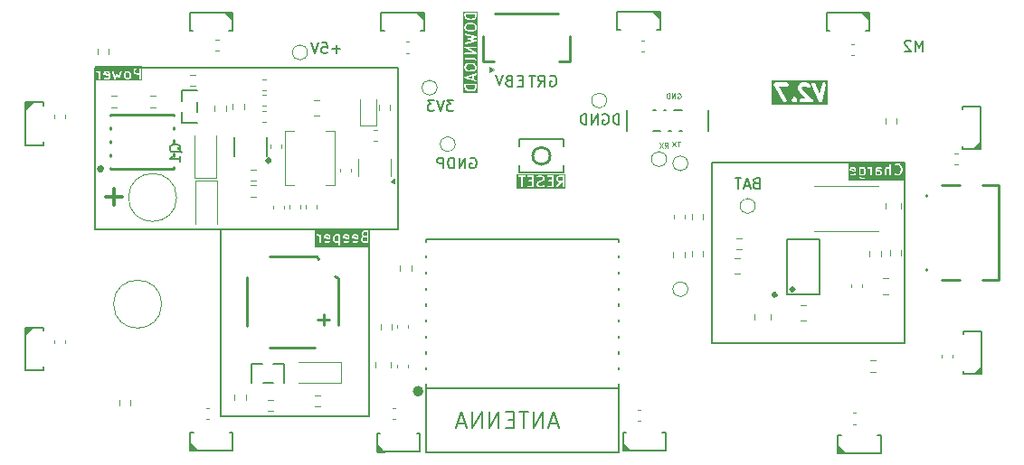
<source format=gbr>
%TF.GenerationSoftware,KiCad,Pcbnew,8.0.2*%
%TF.CreationDate,2024-07-08T12:14:41+08:00*%
%TF.ProjectId,bat_rf,6261745f-7266-42e6-9b69-6361645f7063,rev?*%
%TF.SameCoordinates,Original*%
%TF.FileFunction,Legend,Bot*%
%TF.FilePolarity,Positive*%
%FSLAX46Y46*%
G04 Gerber Fmt 4.6, Leading zero omitted, Abs format (unit mm)*
G04 Created by KiCad (PCBNEW 8.0.2) date 2024-07-08 12:14:41*
%MOMM*%
%LPD*%
G01*
G04 APERTURE LIST*
%ADD10C,0.150000*%
%ADD11C,0.100000*%
%ADD12C,0.375000*%
%ADD13C,0.300000*%
%ADD14C,0.203000*%
%ADD15C,0.120000*%
%ADD16C,0.500000*%
%ADD17C,0.254000*%
%ADD18C,0.127000*%
%ADD19C,0.152000*%
%ADD20C,0.200000*%
G04 APERTURE END LIST*
D10*
X83000000Y-89200000D02*
X96900000Y-89200000D01*
X96900000Y-106700000D01*
X83000000Y-106700000D01*
X83000000Y-89200000D01*
X128976250Y-82900000D02*
X147000000Y-82900000D01*
X147000000Y-99832000D01*
X128976250Y-99832000D01*
X128976250Y-82900000D01*
G36*
X143140625Y-83510204D02*
G01*
X143171952Y-83540448D01*
X143207341Y-83609171D01*
X143208542Y-83859490D01*
X143175215Y-83928175D01*
X143144969Y-83959504D01*
X143076179Y-83994928D01*
X142921010Y-83996018D01*
X142880663Y-83976442D01*
X142879825Y-83497147D01*
X142916926Y-83478042D01*
X143072095Y-83476952D01*
X143140625Y-83510204D01*
G37*
G36*
X142273690Y-83505453D02*
G01*
X142302561Y-83561517D01*
X142302866Y-83645339D01*
X141975522Y-83580850D01*
X141975318Y-83565284D01*
X142003616Y-83506966D01*
X142059783Y-83478042D01*
X142214952Y-83476952D01*
X142273690Y-83505453D01*
G37*
G36*
X144405315Y-83761203D02*
G01*
X144408004Y-83761394D01*
X144410493Y-83762425D01*
X144425125Y-83763866D01*
X144643432Y-83762621D01*
X144702262Y-83791167D01*
X144731284Y-83847524D01*
X144732073Y-83907685D01*
X144703776Y-83966004D01*
X144647648Y-83994907D01*
X144444912Y-83996063D01*
X144404637Y-83976521D01*
X144404059Y-83760593D01*
X144405315Y-83761203D01*
G37*
G36*
X146896950Y-84589263D02*
G01*
X141715204Y-84589263D01*
X141715204Y-83546009D01*
X141826315Y-83546009D01*
X141827486Y-83635312D01*
X141826315Y-83641169D01*
X141827651Y-83647925D01*
X141827756Y-83655879D01*
X141830567Y-83662667D01*
X141831994Y-83669876D01*
X141836113Y-83676055D01*
X141838955Y-83682915D01*
X141844150Y-83688110D01*
X141848226Y-83694224D01*
X141854396Y-83698356D01*
X141859647Y-83703607D01*
X141866435Y-83706418D01*
X141872541Y-83710508D01*
X141886606Y-83714791D01*
X142303418Y-83796905D01*
X142303820Y-83907028D01*
X142275204Y-83966004D01*
X142219036Y-83994928D01*
X142063867Y-83996018D01*
X141968743Y-83949863D01*
X141939553Y-83947789D01*
X141911792Y-83957043D01*
X141889684Y-83976216D01*
X141876597Y-84002391D01*
X141874523Y-84031581D01*
X141883777Y-84059342D01*
X141902950Y-84081450D01*
X141915393Y-84089282D01*
X142001282Y-84130957D01*
X142002504Y-84132179D01*
X142011363Y-84135848D01*
X142024362Y-84142156D01*
X142027051Y-84142347D01*
X142029540Y-84143378D01*
X142044172Y-84144819D01*
X142223259Y-84143560D01*
X142225267Y-84144230D01*
X142235939Y-84143471D01*
X142249280Y-84143378D01*
X142251769Y-84142346D01*
X142254457Y-84142156D01*
X142268189Y-84136901D01*
X142359573Y-84089841D01*
X142367028Y-84087357D01*
X142370870Y-84084024D01*
X142375870Y-84081450D01*
X142382031Y-84074345D01*
X142389136Y-84068184D01*
X142393797Y-84060778D01*
X142395043Y-84059342D01*
X142395427Y-84058188D01*
X142396968Y-84055741D01*
X142438642Y-83969851D01*
X142439865Y-83968629D01*
X142443536Y-83959764D01*
X142449842Y-83946770D01*
X142450032Y-83944082D01*
X142451064Y-83941593D01*
X142452505Y-83926961D01*
X142451823Y-83739968D01*
X142452505Y-83736563D01*
X142451798Y-83732991D01*
X142451159Y-83557657D01*
X142451916Y-83555389D01*
X142451110Y-83544047D01*
X142451064Y-83531377D01*
X142450033Y-83528888D01*
X142449842Y-83526199D01*
X142444587Y-83512468D01*
X142397527Y-83421083D01*
X142395043Y-83413629D01*
X142391710Y-83409786D01*
X142389136Y-83404787D01*
X142387251Y-83403152D01*
X142731077Y-83403152D01*
X142732163Y-84024578D01*
X142731666Y-84031581D01*
X142732178Y-84033118D01*
X142732471Y-84200877D01*
X142731666Y-84203295D01*
X142732496Y-84214982D01*
X142732518Y-84227308D01*
X142733549Y-84229797D01*
X142733740Y-84232485D01*
X142738995Y-84246217D01*
X142787687Y-84340773D01*
X142791336Y-84349582D01*
X142793718Y-84352484D01*
X142794446Y-84353898D01*
X142795944Y-84355197D01*
X142800663Y-84360947D01*
X142849698Y-84408288D01*
X142855331Y-84414783D01*
X142858476Y-84416762D01*
X142859647Y-84417893D01*
X142861474Y-84418650D01*
X142867774Y-84422615D01*
X142953663Y-84464290D01*
X142954885Y-84465512D01*
X142963744Y-84469181D01*
X142976743Y-84475489D01*
X142979432Y-84475680D01*
X142981921Y-84476711D01*
X142996553Y-84478152D01*
X143128182Y-84476947D01*
X143130029Y-84477563D01*
X143140243Y-84476837D01*
X143154042Y-84476711D01*
X143156531Y-84475679D01*
X143159219Y-84475489D01*
X143172951Y-84470234D01*
X143280632Y-84414783D01*
X143299805Y-84392675D01*
X143309059Y-84364914D01*
X143306985Y-84335724D01*
X143293897Y-84309549D01*
X143271790Y-84290376D01*
X143244028Y-84281122D01*
X143214838Y-84283196D01*
X143201107Y-84288451D01*
X143123732Y-84328295D01*
X143016100Y-84329280D01*
X142947719Y-84296100D01*
X142916391Y-84265855D01*
X142881049Y-84197224D01*
X142880953Y-84141888D01*
X142881505Y-84142156D01*
X142884194Y-84142347D01*
X142886683Y-84143378D01*
X142901315Y-84144819D01*
X143080402Y-84143560D01*
X143082410Y-84144230D01*
X143093082Y-84143471D01*
X143106423Y-84143378D01*
X143108912Y-84142346D01*
X143111600Y-84142156D01*
X143125332Y-84136901D01*
X143219886Y-84088209D01*
X143228697Y-84084560D01*
X143231599Y-84082177D01*
X143233013Y-84081450D01*
X143234313Y-84079950D01*
X143240063Y-84075232D01*
X143287404Y-84026195D01*
X143293898Y-84020564D01*
X143295877Y-84017418D01*
X143297009Y-84016247D01*
X143297766Y-84014417D01*
X143301730Y-84008121D01*
X143343405Y-83922231D01*
X143344627Y-83921010D01*
X143348296Y-83912150D01*
X143354604Y-83899152D01*
X143354795Y-83896462D01*
X143355826Y-83893974D01*
X143357267Y-83879342D01*
X143355951Y-83605187D01*
X143356678Y-83603008D01*
X143355887Y-83591887D01*
X143355826Y-83578996D01*
X143354795Y-83576507D01*
X143354604Y-83573818D01*
X143349349Y-83560087D01*
X143300657Y-83465532D01*
X143297008Y-83456722D01*
X143294625Y-83453819D01*
X143293898Y-83452406D01*
X143292399Y-83451106D01*
X143287681Y-83445357D01*
X143238645Y-83398015D01*
X143233013Y-83391521D01*
X143229867Y-83389541D01*
X143228810Y-83388520D01*
X143494423Y-83388520D01*
X143494423Y-83417784D01*
X143505622Y-83444820D01*
X143526314Y-83465512D01*
X143553350Y-83476711D01*
X143567982Y-83478152D01*
X143643944Y-83477155D01*
X143712054Y-83510204D01*
X143743381Y-83540448D01*
X143779133Y-83609875D01*
X143780137Y-84084451D01*
X143791336Y-84111487D01*
X143812028Y-84132179D01*
X143839064Y-84143378D01*
X143868328Y-84143378D01*
X143895364Y-84132179D01*
X143916056Y-84111487D01*
X143927255Y-84084451D01*
X143928696Y-84069819D01*
X143927711Y-83604195D01*
X143928107Y-83603008D01*
X143927696Y-83597229D01*
X143927588Y-83546009D01*
X144254887Y-83546009D01*
X144256160Y-84021944D01*
X144255476Y-84031581D01*
X144256192Y-84033729D01*
X144256328Y-84084451D01*
X144267527Y-84111487D01*
X144288219Y-84132179D01*
X144315255Y-84143378D01*
X144344519Y-84143378D01*
X144371555Y-84132179D01*
X144375866Y-84127867D01*
X144382235Y-84130957D01*
X144383457Y-84132179D01*
X144392316Y-84135848D01*
X144405315Y-84142156D01*
X144408004Y-84142347D01*
X144410493Y-84143378D01*
X144425125Y-84144819D01*
X144651729Y-84143526D01*
X144653839Y-84144230D01*
X144664781Y-84143452D01*
X144677852Y-84143378D01*
X144680341Y-84142346D01*
X144683029Y-84142156D01*
X144696761Y-84136901D01*
X144788145Y-84089841D01*
X144795600Y-84087357D01*
X144799442Y-84084024D01*
X144804442Y-84081450D01*
X144810603Y-84074345D01*
X144817708Y-84068184D01*
X144822369Y-84060778D01*
X144823615Y-84059342D01*
X144823999Y-84058188D01*
X144825540Y-84055741D01*
X144867214Y-83969851D01*
X144868437Y-83968629D01*
X144872108Y-83959764D01*
X144878414Y-83946770D01*
X144878604Y-83944082D01*
X144879636Y-83941593D01*
X144881077Y-83926961D01*
X144879971Y-83842653D01*
X144880488Y-83841103D01*
X144879829Y-83831832D01*
X144879636Y-83817091D01*
X144878605Y-83814602D01*
X144878414Y-83811913D01*
X144873159Y-83798182D01*
X144826099Y-83706797D01*
X144823615Y-83699343D01*
X144820282Y-83695500D01*
X144817708Y-83690501D01*
X144810603Y-83684339D01*
X144804442Y-83677235D01*
X144797036Y-83672573D01*
X144795600Y-83671328D01*
X144794446Y-83670943D01*
X144791999Y-83669403D01*
X144706110Y-83627728D01*
X144704888Y-83626506D01*
X144696022Y-83622833D01*
X144683029Y-83616529D01*
X144680341Y-83616338D01*
X144677852Y-83615307D01*
X144663220Y-83613866D01*
X144444912Y-83615110D01*
X144403616Y-83595073D01*
X144403538Y-83566010D01*
X144413243Y-83546009D01*
X145159649Y-83546009D01*
X145161090Y-84084451D01*
X145172289Y-84111487D01*
X145192981Y-84132179D01*
X145220017Y-84143378D01*
X145249281Y-84143378D01*
X145276317Y-84132179D01*
X145297009Y-84111487D01*
X145308208Y-84084451D01*
X145309649Y-84069819D01*
X145308300Y-83566010D01*
X145336950Y-83506966D01*
X145393183Y-83478008D01*
X145500815Y-83477023D01*
X145569197Y-83510204D01*
X145588872Y-83529199D01*
X145589661Y-84084451D01*
X145600860Y-84111487D01*
X145621552Y-84132179D01*
X145648588Y-84143378D01*
X145677852Y-84143378D01*
X145704888Y-84132179D01*
X145725580Y-84111487D01*
X145736779Y-84084451D01*
X145738220Y-84069819D01*
X145736914Y-83150426D01*
X146018233Y-83150426D01*
X146018233Y-83179688D01*
X146029432Y-83206725D01*
X146050124Y-83227417D01*
X146077161Y-83238616D01*
X146106423Y-83238616D01*
X146133460Y-83227417D01*
X146144825Y-83218090D01*
X146178347Y-83183367D01*
X146291053Y-83144703D01*
X146362432Y-83143767D01*
X146478359Y-83181290D01*
X146552568Y-83254080D01*
X146591259Y-83329215D01*
X146635877Y-83502645D01*
X146637019Y-83627417D01*
X146594993Y-83800540D01*
X146556268Y-83880350D01*
X146481991Y-83956076D01*
X146368719Y-83994934D01*
X146297341Y-83995870D01*
X146181149Y-83958262D01*
X146133460Y-83912220D01*
X146106424Y-83901021D01*
X146077161Y-83901021D01*
X146050125Y-83912219D01*
X146029432Y-83932912D01*
X146018233Y-83959948D01*
X146018233Y-83989211D01*
X146029431Y-84016247D01*
X146038758Y-84027612D01*
X146079583Y-84067027D01*
X146080161Y-84068183D01*
X146086252Y-84073466D01*
X146097743Y-84084560D01*
X146100231Y-84085590D01*
X146102268Y-84087357D01*
X146115694Y-84093351D01*
X146258275Y-84139500D01*
X146267636Y-84143378D01*
X146271399Y-84143748D01*
X146272887Y-84144230D01*
X146274861Y-84144089D01*
X146282268Y-84144819D01*
X146377585Y-84143568D01*
X146386886Y-84144230D01*
X146390540Y-84143398D01*
X146392138Y-84143378D01*
X146393969Y-84142619D01*
X146401223Y-84140970D01*
X146533013Y-84095759D01*
X146534995Y-84095759D01*
X146544547Y-84091802D01*
X146557505Y-84087357D01*
X146559540Y-84085591D01*
X146562031Y-84084560D01*
X146573396Y-84075233D01*
X146667328Y-83979468D01*
X146674851Y-83972945D01*
X146676863Y-83969748D01*
X146677962Y-83968628D01*
X146678719Y-83966798D01*
X146682683Y-83960502D01*
X146726951Y-83869269D01*
X146731034Y-83863759D01*
X146734969Y-83852743D01*
X146735557Y-83851533D01*
X146735595Y-83850992D01*
X146735981Y-83849913D01*
X146781221Y-83663547D01*
X146784398Y-83655879D01*
X146785295Y-83646764D01*
X146785750Y-83644893D01*
X146785587Y-83643800D01*
X146785839Y-83641247D01*
X146784571Y-83502667D01*
X146785750Y-83494744D01*
X146784415Y-83485719D01*
X146784398Y-83483758D01*
X146783975Y-83482736D01*
X146783600Y-83480200D01*
X146736082Y-83295501D01*
X146735557Y-83288104D01*
X146731353Y-83277121D01*
X146731034Y-83275878D01*
X146730711Y-83275442D01*
X146730302Y-83274373D01*
X146681613Y-83179823D01*
X146677962Y-83171008D01*
X146675577Y-83168102D01*
X146674851Y-83166692D01*
X146673354Y-83165393D01*
X146668634Y-83159643D01*
X146580463Y-83073158D01*
X146579612Y-83071455D01*
X146571969Y-83064826D01*
X146562031Y-83055078D01*
X146559540Y-83054046D01*
X146557505Y-83052281D01*
X146544080Y-83046287D01*
X146401501Y-83000138D01*
X146392138Y-82996260D01*
X146388372Y-82995889D01*
X146386886Y-82995408D01*
X146384911Y-82995548D01*
X146377506Y-82994819D01*
X146282187Y-82996069D01*
X146272887Y-82995408D01*
X146269232Y-82996239D01*
X146267636Y-82996260D01*
X146265805Y-82997018D01*
X146258550Y-82998668D01*
X146126760Y-83043879D01*
X146124779Y-83043879D01*
X146115231Y-83047833D01*
X146102268Y-83052281D01*
X146100231Y-83054047D01*
X146097743Y-83055078D01*
X146086378Y-83064405D01*
X146029432Y-83123389D01*
X146018233Y-83150426D01*
X145736914Y-83150426D01*
X145736779Y-83055187D01*
X145725580Y-83028151D01*
X145704888Y-83007459D01*
X145677852Y-82996260D01*
X145648588Y-82996260D01*
X145621552Y-83007459D01*
X145600860Y-83028151D01*
X145589661Y-83055187D01*
X145588220Y-83069819D01*
X145588624Y-83354324D01*
X145563253Y-83342014D01*
X145562031Y-83340792D01*
X145553165Y-83337119D01*
X145540172Y-83330815D01*
X145537484Y-83330624D01*
X145534995Y-83329593D01*
X145520363Y-83328152D01*
X145388732Y-83329356D01*
X145386886Y-83328741D01*
X145376671Y-83329466D01*
X145362874Y-83329593D01*
X145360385Y-83330623D01*
X145357696Y-83330815D01*
X145343965Y-83336070D01*
X145252580Y-83383129D01*
X145245126Y-83385614D01*
X145241283Y-83388946D01*
X145236284Y-83391521D01*
X145230122Y-83398625D01*
X145223018Y-83404787D01*
X145218356Y-83412192D01*
X145217111Y-83413629D01*
X145216726Y-83414782D01*
X145215186Y-83417230D01*
X145173511Y-83503118D01*
X145172289Y-83504341D01*
X145168616Y-83513206D01*
X145162312Y-83526200D01*
X145162121Y-83528887D01*
X145161090Y-83531377D01*
X145159649Y-83546009D01*
X144413243Y-83546009D01*
X144432188Y-83506966D01*
X144488355Y-83478042D01*
X144643524Y-83476952D01*
X144738648Y-83523108D01*
X144767838Y-83525182D01*
X144795600Y-83515928D01*
X144817707Y-83496755D01*
X144830795Y-83470580D01*
X144832869Y-83441390D01*
X144823615Y-83413629D01*
X144804442Y-83391521D01*
X144791999Y-83383689D01*
X144706110Y-83342014D01*
X144704888Y-83340792D01*
X144696022Y-83337119D01*
X144683029Y-83330815D01*
X144680341Y-83330624D01*
X144677852Y-83329593D01*
X144663220Y-83328152D01*
X144484131Y-83329410D01*
X144482124Y-83328741D01*
X144471451Y-83329499D01*
X144458112Y-83329593D01*
X144455623Y-83330623D01*
X144452934Y-83330815D01*
X144439203Y-83336070D01*
X144347818Y-83383129D01*
X144340364Y-83385614D01*
X144336521Y-83388946D01*
X144331522Y-83391521D01*
X144325360Y-83398625D01*
X144318256Y-83404787D01*
X144313594Y-83412192D01*
X144312349Y-83413629D01*
X144311964Y-83414782D01*
X144310424Y-83417230D01*
X144268749Y-83503118D01*
X144267527Y-83504341D01*
X144263854Y-83513206D01*
X144257550Y-83526200D01*
X144257359Y-83528887D01*
X144256328Y-83531377D01*
X144254887Y-83546009D01*
X143927588Y-83546009D01*
X143927255Y-83388520D01*
X143916056Y-83361484D01*
X143895364Y-83340792D01*
X143868328Y-83329593D01*
X143839064Y-83329593D01*
X143812028Y-83340792D01*
X143791336Y-83361484D01*
X143783788Y-83379705D01*
X143706110Y-83342014D01*
X143704888Y-83340792D01*
X143696022Y-83337119D01*
X143683029Y-83330815D01*
X143680341Y-83330624D01*
X143677852Y-83329593D01*
X143663220Y-83328152D01*
X143553350Y-83329593D01*
X143526314Y-83340792D01*
X143505622Y-83361484D01*
X143494423Y-83388520D01*
X143228810Y-83388520D01*
X143228697Y-83388411D01*
X143226869Y-83387653D01*
X143220570Y-83383689D01*
X143134681Y-83342014D01*
X143133459Y-83340792D01*
X143124593Y-83337119D01*
X143111600Y-83330815D01*
X143108912Y-83330624D01*
X143106423Y-83329593D01*
X143091791Y-83328152D01*
X142912702Y-83329410D01*
X142910695Y-83328741D01*
X142900022Y-83329499D01*
X142886683Y-83329593D01*
X142884194Y-83330623D01*
X142881505Y-83330815D01*
X142867774Y-83336070D01*
X142851436Y-83344483D01*
X142847745Y-83340792D01*
X142820709Y-83329593D01*
X142791445Y-83329593D01*
X142764409Y-83340792D01*
X142743717Y-83361484D01*
X142732518Y-83388520D01*
X142731077Y-83403152D01*
X142387251Y-83403152D01*
X142382031Y-83398625D01*
X142375870Y-83391521D01*
X142368464Y-83386859D01*
X142367028Y-83385614D01*
X142365874Y-83385229D01*
X142363427Y-83383689D01*
X142277538Y-83342014D01*
X142276316Y-83340792D01*
X142267450Y-83337119D01*
X142254457Y-83330815D01*
X142251769Y-83330624D01*
X142249280Y-83329593D01*
X142234648Y-83328152D01*
X142055559Y-83329410D01*
X142053552Y-83328741D01*
X142042879Y-83329499D01*
X142029540Y-83329593D01*
X142027051Y-83330623D01*
X142024362Y-83330815D01*
X142010631Y-83336070D01*
X141919246Y-83383129D01*
X141911792Y-83385614D01*
X141907949Y-83388946D01*
X141902950Y-83391521D01*
X141896788Y-83398625D01*
X141889684Y-83404787D01*
X141885022Y-83412192D01*
X141883777Y-83413629D01*
X141883392Y-83414782D01*
X141881852Y-83417230D01*
X141840177Y-83503118D01*
X141838955Y-83504341D01*
X141835282Y-83513206D01*
X141828978Y-83526200D01*
X141828787Y-83528887D01*
X141827756Y-83531377D01*
X141826315Y-83546009D01*
X141715204Y-83546009D01*
X141715204Y-82883708D01*
X146896950Y-82883708D01*
X146896950Y-84589263D01*
G37*
X112691792Y-75769819D02*
X113025125Y-75293628D01*
X113263220Y-75769819D02*
X113263220Y-74769819D01*
X113263220Y-74769819D02*
X112882268Y-74769819D01*
X112882268Y-74769819D02*
X112787030Y-74817438D01*
X112787030Y-74817438D02*
X112739411Y-74865057D01*
X112739411Y-74865057D02*
X112691792Y-74960295D01*
X112691792Y-74960295D02*
X112691792Y-75103152D01*
X112691792Y-75103152D02*
X112739411Y-75198390D01*
X112739411Y-75198390D02*
X112787030Y-75246009D01*
X112787030Y-75246009D02*
X112882268Y-75293628D01*
X112882268Y-75293628D02*
X113263220Y-75293628D01*
G36*
X93974066Y-89796392D02*
G01*
X93974747Y-90276048D01*
X93938084Y-90294928D01*
X93782915Y-90296018D01*
X93714386Y-90262767D01*
X93683059Y-90232521D01*
X93647669Y-90163798D01*
X93646468Y-89913479D01*
X93679796Y-89844793D01*
X93710040Y-89813466D01*
X93778831Y-89778042D01*
X93934000Y-89776952D01*
X93974066Y-89796392D01*
G37*
G36*
X93087976Y-89805453D02*
G01*
X93116847Y-89861517D01*
X93117152Y-89945339D01*
X92789808Y-89880850D01*
X92789604Y-89865284D01*
X92817902Y-89806966D01*
X92874069Y-89778042D01*
X93029238Y-89776952D01*
X93087976Y-89805453D01*
G37*
G36*
X94849881Y-89805453D02*
G01*
X94878752Y-89861517D01*
X94879057Y-89945339D01*
X94551713Y-89880850D01*
X94551509Y-89865284D01*
X94579807Y-89806966D01*
X94635974Y-89778042D01*
X94791143Y-89776952D01*
X94849881Y-89805453D01*
G37*
G36*
X95707024Y-89805453D02*
G01*
X95735895Y-89861517D01*
X95736200Y-89945339D01*
X95408856Y-89880850D01*
X95408652Y-89865284D01*
X95436950Y-89806966D01*
X95493117Y-89778042D01*
X95648286Y-89776952D01*
X95707024Y-89805453D01*
G37*
G36*
X96689534Y-90295087D02*
G01*
X96402200Y-90296134D01*
X96333434Y-90262767D01*
X96302107Y-90232521D01*
X96266648Y-90163664D01*
X96265663Y-90056032D01*
X96298844Y-89987650D01*
X96325966Y-89959557D01*
X96438439Y-89920973D01*
X96689001Y-89919935D01*
X96689534Y-90295087D01*
G37*
G36*
X96688790Y-89771317D02*
G01*
X96449784Y-89772307D01*
X96381053Y-89738957D01*
X96349725Y-89708712D01*
X96314203Y-89639731D01*
X96313414Y-89579570D01*
X96346463Y-89511460D01*
X96376707Y-89480133D01*
X96445410Y-89444754D01*
X96688324Y-89443748D01*
X96688790Y-89771317D01*
G37*
G36*
X96949331Y-90887822D02*
G01*
X91816645Y-90887822D01*
X91816645Y-89688520D01*
X91927756Y-89688520D01*
X91927756Y-89717784D01*
X91938955Y-89744820D01*
X91959647Y-89765512D01*
X91986683Y-89776711D01*
X92001315Y-89778152D01*
X92077277Y-89777155D01*
X92145387Y-89810204D01*
X92176714Y-89840448D01*
X92212466Y-89909875D01*
X92213470Y-90384451D01*
X92224669Y-90411487D01*
X92245361Y-90432179D01*
X92272397Y-90443378D01*
X92301661Y-90443378D01*
X92328697Y-90432179D01*
X92349389Y-90411487D01*
X92360588Y-90384451D01*
X92362029Y-90369819D01*
X92361044Y-89904195D01*
X92361440Y-89903008D01*
X92361029Y-89897229D01*
X92360921Y-89846009D01*
X92640601Y-89846009D01*
X92641772Y-89935312D01*
X92640601Y-89941169D01*
X92641937Y-89947925D01*
X92642042Y-89955879D01*
X92644853Y-89962667D01*
X92646280Y-89969876D01*
X92650399Y-89976055D01*
X92653241Y-89982915D01*
X92658436Y-89988110D01*
X92662512Y-89994224D01*
X92668682Y-89998356D01*
X92673933Y-90003607D01*
X92680721Y-90006418D01*
X92686827Y-90010508D01*
X92700892Y-90014791D01*
X93117704Y-90096905D01*
X93118106Y-90207028D01*
X93089490Y-90266004D01*
X93033322Y-90294928D01*
X92878153Y-90296018D01*
X92783029Y-90249863D01*
X92753839Y-90247789D01*
X92726078Y-90257043D01*
X92703970Y-90276216D01*
X92690883Y-90302391D01*
X92688809Y-90331581D01*
X92698063Y-90359342D01*
X92717236Y-90381450D01*
X92729679Y-90389282D01*
X92815568Y-90430957D01*
X92816790Y-90432179D01*
X92825649Y-90435848D01*
X92838648Y-90442156D01*
X92841337Y-90442347D01*
X92843826Y-90443378D01*
X92858458Y-90444819D01*
X93037545Y-90443560D01*
X93039553Y-90444230D01*
X93050225Y-90443471D01*
X93063566Y-90443378D01*
X93066055Y-90442346D01*
X93068743Y-90442156D01*
X93082475Y-90436901D01*
X93173859Y-90389841D01*
X93181314Y-90387357D01*
X93185156Y-90384024D01*
X93190156Y-90381450D01*
X93196317Y-90374345D01*
X93203422Y-90368184D01*
X93208083Y-90360778D01*
X93209329Y-90359342D01*
X93209713Y-90358188D01*
X93211254Y-90355741D01*
X93252928Y-90269851D01*
X93254151Y-90268629D01*
X93257822Y-90259764D01*
X93264128Y-90246770D01*
X93264318Y-90244082D01*
X93265350Y-90241593D01*
X93266791Y-90226961D01*
X93266109Y-90039968D01*
X93266791Y-90036563D01*
X93266084Y-90032991D01*
X93265576Y-89893628D01*
X93497744Y-89893628D01*
X93499059Y-90167782D01*
X93498333Y-90169961D01*
X93499123Y-90181081D01*
X93499185Y-90193974D01*
X93500216Y-90196463D01*
X93500407Y-90199151D01*
X93505662Y-90212883D01*
X93554352Y-90307435D01*
X93558002Y-90316247D01*
X93560385Y-90319151D01*
X93561113Y-90320564D01*
X93562611Y-90321863D01*
X93567329Y-90327612D01*
X93616364Y-90374953D01*
X93621998Y-90381450D01*
X93625143Y-90383429D01*
X93626314Y-90384560D01*
X93628141Y-90385317D01*
X93634441Y-90389282D01*
X93720330Y-90430957D01*
X93721552Y-90432179D01*
X93730411Y-90435848D01*
X93743410Y-90442156D01*
X93746099Y-90442347D01*
X93748588Y-90443378D01*
X93763220Y-90444819D01*
X93942307Y-90443560D01*
X93944315Y-90444230D01*
X93954987Y-90443471D01*
X93968328Y-90443378D01*
X93970817Y-90442346D01*
X93973505Y-90442156D01*
X93974982Y-90441590D01*
X93975375Y-90717784D01*
X93986574Y-90744820D01*
X94007266Y-90765512D01*
X94034302Y-90776711D01*
X94063566Y-90776711D01*
X94090602Y-90765512D01*
X94111294Y-90744820D01*
X94122493Y-90717784D01*
X94123934Y-90703152D01*
X94122716Y-89846009D01*
X94402506Y-89846009D01*
X94403677Y-89935312D01*
X94402506Y-89941169D01*
X94403842Y-89947925D01*
X94403947Y-89955879D01*
X94406758Y-89962667D01*
X94408185Y-89969876D01*
X94412304Y-89976055D01*
X94415146Y-89982915D01*
X94420341Y-89988110D01*
X94424417Y-89994224D01*
X94430587Y-89998356D01*
X94435838Y-90003607D01*
X94442626Y-90006418D01*
X94448732Y-90010508D01*
X94462797Y-90014791D01*
X94879609Y-90096905D01*
X94880011Y-90207028D01*
X94851395Y-90266004D01*
X94795227Y-90294928D01*
X94640058Y-90296018D01*
X94544934Y-90249863D01*
X94515744Y-90247789D01*
X94487983Y-90257043D01*
X94465875Y-90276216D01*
X94452788Y-90302391D01*
X94450714Y-90331581D01*
X94459968Y-90359342D01*
X94479141Y-90381450D01*
X94491584Y-90389282D01*
X94577473Y-90430957D01*
X94578695Y-90432179D01*
X94587554Y-90435848D01*
X94600553Y-90442156D01*
X94603242Y-90442347D01*
X94605731Y-90443378D01*
X94620363Y-90444819D01*
X94799450Y-90443560D01*
X94801458Y-90444230D01*
X94812130Y-90443471D01*
X94825471Y-90443378D01*
X94827960Y-90442346D01*
X94830648Y-90442156D01*
X94844380Y-90436901D01*
X94935764Y-90389841D01*
X94943219Y-90387357D01*
X94947061Y-90384024D01*
X94952061Y-90381450D01*
X94958222Y-90374345D01*
X94965327Y-90368184D01*
X94969988Y-90360778D01*
X94971234Y-90359342D01*
X94971618Y-90358188D01*
X94973159Y-90355741D01*
X95014833Y-90269851D01*
X95016056Y-90268629D01*
X95019727Y-90259764D01*
X95026033Y-90246770D01*
X95026223Y-90244082D01*
X95027255Y-90241593D01*
X95028696Y-90226961D01*
X95028014Y-90039968D01*
X95028696Y-90036563D01*
X95027989Y-90032991D01*
X95027350Y-89857657D01*
X95028107Y-89855389D01*
X95027440Y-89846009D01*
X95259649Y-89846009D01*
X95260820Y-89935312D01*
X95259649Y-89941169D01*
X95260985Y-89947925D01*
X95261090Y-89955879D01*
X95263901Y-89962667D01*
X95265328Y-89969876D01*
X95269447Y-89976055D01*
X95272289Y-89982915D01*
X95277484Y-89988110D01*
X95281560Y-89994224D01*
X95287730Y-89998356D01*
X95292981Y-90003607D01*
X95299769Y-90006418D01*
X95305875Y-90010508D01*
X95319940Y-90014791D01*
X95736752Y-90096905D01*
X95737154Y-90207028D01*
X95708538Y-90266004D01*
X95652370Y-90294928D01*
X95497201Y-90296018D01*
X95402077Y-90249863D01*
X95372887Y-90247789D01*
X95345126Y-90257043D01*
X95323018Y-90276216D01*
X95309931Y-90302391D01*
X95307857Y-90331581D01*
X95317111Y-90359342D01*
X95336284Y-90381450D01*
X95348727Y-90389282D01*
X95434616Y-90430957D01*
X95435838Y-90432179D01*
X95444697Y-90435848D01*
X95457696Y-90442156D01*
X95460385Y-90442347D01*
X95462874Y-90443378D01*
X95477506Y-90444819D01*
X95656593Y-90443560D01*
X95658601Y-90444230D01*
X95669273Y-90443471D01*
X95682614Y-90443378D01*
X95685103Y-90442346D01*
X95687791Y-90442156D01*
X95701523Y-90436901D01*
X95792907Y-90389841D01*
X95800362Y-90387357D01*
X95804204Y-90384024D01*
X95809204Y-90381450D01*
X95815365Y-90374345D01*
X95822470Y-90368184D01*
X95827131Y-90360778D01*
X95828377Y-90359342D01*
X95828761Y-90358188D01*
X95830302Y-90355741D01*
X95871976Y-90269851D01*
X95873199Y-90268629D01*
X95876870Y-90259764D01*
X95883176Y-90246770D01*
X95883366Y-90244082D01*
X95884398Y-90241593D01*
X95885839Y-90226961D01*
X95885157Y-90039968D01*
X95885839Y-90036563D01*
X95885824Y-90036485D01*
X96116792Y-90036485D01*
X96117996Y-90168114D01*
X96117381Y-90169961D01*
X96118106Y-90180175D01*
X96118233Y-90193974D01*
X96119264Y-90196463D01*
X96119455Y-90199151D01*
X96124710Y-90212883D01*
X96173400Y-90307435D01*
X96177050Y-90316247D01*
X96179433Y-90319151D01*
X96180161Y-90320564D01*
X96181659Y-90321863D01*
X96186377Y-90327612D01*
X96235412Y-90374953D01*
X96241046Y-90381450D01*
X96244191Y-90383429D01*
X96245362Y-90384560D01*
X96247189Y-90385317D01*
X96253489Y-90389282D01*
X96339378Y-90430957D01*
X96340600Y-90432179D01*
X96349459Y-90435848D01*
X96362458Y-90442156D01*
X96365147Y-90442347D01*
X96367636Y-90443378D01*
X96382268Y-90444819D01*
X96777852Y-90443378D01*
X96804888Y-90432179D01*
X96825580Y-90411487D01*
X96836779Y-90384451D01*
X96838220Y-90369819D01*
X96836779Y-89355187D01*
X96825580Y-89328151D01*
X96804888Y-89307459D01*
X96777852Y-89296260D01*
X96763220Y-89294819D01*
X96441496Y-89296151D01*
X96439267Y-89295408D01*
X96428019Y-89296207D01*
X96415255Y-89296260D01*
X96412766Y-89297290D01*
X96410077Y-89297482D01*
X96396346Y-89302737D01*
X96301791Y-89351428D01*
X96292981Y-89355078D01*
X96290078Y-89357460D01*
X96288665Y-89358188D01*
X96287365Y-89359686D01*
X96281616Y-89364405D01*
X96234274Y-89413440D01*
X96227780Y-89419073D01*
X96225800Y-89422218D01*
X96224670Y-89423389D01*
X96223912Y-89425216D01*
X96219948Y-89431516D01*
X96178273Y-89517404D01*
X96177051Y-89518627D01*
X96173378Y-89527492D01*
X96167074Y-89540486D01*
X96166883Y-89543173D01*
X96165852Y-89545663D01*
X96164411Y-89560295D01*
X96165516Y-89644601D01*
X96165000Y-89646152D01*
X96165658Y-89655421D01*
X96165852Y-89670165D01*
X96166883Y-89672654D01*
X96167074Y-89675342D01*
X96172329Y-89689074D01*
X96221021Y-89783630D01*
X96224670Y-89792439D01*
X96227052Y-89795341D01*
X96227780Y-89796755D01*
X96229278Y-89798054D01*
X96233997Y-89803804D01*
X96257014Y-89826025D01*
X96249887Y-89828471D01*
X96247850Y-89830237D01*
X96245362Y-89831268D01*
X96233997Y-89840595D01*
X96186655Y-89889630D01*
X96180161Y-89895263D01*
X96178181Y-89898408D01*
X96177051Y-89899579D01*
X96176293Y-89901406D01*
X96172329Y-89907706D01*
X96130654Y-89993594D01*
X96129432Y-89994817D01*
X96125759Y-90003682D01*
X96119455Y-90016676D01*
X96119264Y-90019363D01*
X96118233Y-90021853D01*
X96116792Y-90036485D01*
X95885824Y-90036485D01*
X95885132Y-90032991D01*
X95884493Y-89857657D01*
X95885250Y-89855389D01*
X95884444Y-89844047D01*
X95884398Y-89831377D01*
X95883367Y-89828888D01*
X95883176Y-89826199D01*
X95877921Y-89812468D01*
X95830861Y-89721083D01*
X95828377Y-89713629D01*
X95825044Y-89709786D01*
X95822470Y-89704787D01*
X95815365Y-89698625D01*
X95809204Y-89691521D01*
X95801798Y-89686859D01*
X95800362Y-89685614D01*
X95799208Y-89685229D01*
X95796761Y-89683689D01*
X95710872Y-89642014D01*
X95709650Y-89640792D01*
X95700784Y-89637119D01*
X95687791Y-89630815D01*
X95685103Y-89630624D01*
X95682614Y-89629593D01*
X95667982Y-89628152D01*
X95488893Y-89629410D01*
X95486886Y-89628741D01*
X95476213Y-89629499D01*
X95462874Y-89629593D01*
X95460385Y-89630623D01*
X95457696Y-89630815D01*
X95443965Y-89636070D01*
X95352580Y-89683129D01*
X95345126Y-89685614D01*
X95341283Y-89688946D01*
X95336284Y-89691521D01*
X95330122Y-89698625D01*
X95323018Y-89704787D01*
X95318356Y-89712192D01*
X95317111Y-89713629D01*
X95316726Y-89714782D01*
X95315186Y-89717230D01*
X95273511Y-89803118D01*
X95272289Y-89804341D01*
X95268616Y-89813206D01*
X95262312Y-89826200D01*
X95262121Y-89828887D01*
X95261090Y-89831377D01*
X95259649Y-89846009D01*
X95027440Y-89846009D01*
X95027301Y-89844047D01*
X95027255Y-89831377D01*
X95026224Y-89828888D01*
X95026033Y-89826199D01*
X95020778Y-89812468D01*
X94973718Y-89721083D01*
X94971234Y-89713629D01*
X94967901Y-89709786D01*
X94965327Y-89704787D01*
X94958222Y-89698625D01*
X94952061Y-89691521D01*
X94944655Y-89686859D01*
X94943219Y-89685614D01*
X94942065Y-89685229D01*
X94939618Y-89683689D01*
X94853729Y-89642014D01*
X94852507Y-89640792D01*
X94843641Y-89637119D01*
X94830648Y-89630815D01*
X94827960Y-89630624D01*
X94825471Y-89629593D01*
X94810839Y-89628152D01*
X94631750Y-89629410D01*
X94629743Y-89628741D01*
X94619070Y-89629499D01*
X94605731Y-89629593D01*
X94603242Y-89630623D01*
X94600553Y-89630815D01*
X94586822Y-89636070D01*
X94495437Y-89683129D01*
X94487983Y-89685614D01*
X94484140Y-89688946D01*
X94479141Y-89691521D01*
X94472979Y-89698625D01*
X94465875Y-89704787D01*
X94461213Y-89712192D01*
X94459968Y-89713629D01*
X94459583Y-89714782D01*
X94458043Y-89717230D01*
X94416368Y-89803118D01*
X94415146Y-89804341D01*
X94411473Y-89813206D01*
X94405169Y-89826200D01*
X94404978Y-89828887D01*
X94403947Y-89831377D01*
X94402506Y-89846009D01*
X94122716Y-89846009D01*
X94122583Y-89752110D01*
X94123345Y-89741390D01*
X94122564Y-89739049D01*
X94122493Y-89688520D01*
X94111294Y-89661484D01*
X94090602Y-89640792D01*
X94063566Y-89629593D01*
X94034302Y-89629593D01*
X94007266Y-89640792D01*
X94002953Y-89645104D01*
X93996586Y-89642014D01*
X93995364Y-89640792D01*
X93986498Y-89637119D01*
X93973505Y-89630815D01*
X93970817Y-89630624D01*
X93968328Y-89629593D01*
X93953696Y-89628152D01*
X93774607Y-89629410D01*
X93772600Y-89628741D01*
X93761927Y-89629499D01*
X93748588Y-89629593D01*
X93746099Y-89630623D01*
X93743410Y-89630815D01*
X93729679Y-89636070D01*
X93635124Y-89684761D01*
X93626314Y-89688411D01*
X93623411Y-89690793D01*
X93621998Y-89691521D01*
X93620698Y-89693019D01*
X93614949Y-89697738D01*
X93567607Y-89746773D01*
X93561113Y-89752406D01*
X93559133Y-89755551D01*
X93558003Y-89756722D01*
X93557245Y-89758549D01*
X93553281Y-89764849D01*
X93511606Y-89850737D01*
X93510384Y-89851960D01*
X93506711Y-89860825D01*
X93500407Y-89873819D01*
X93500216Y-89876506D01*
X93499185Y-89878996D01*
X93497744Y-89893628D01*
X93265576Y-89893628D01*
X93265445Y-89857657D01*
X93266202Y-89855389D01*
X93265396Y-89844047D01*
X93265350Y-89831377D01*
X93264319Y-89828888D01*
X93264128Y-89826199D01*
X93258873Y-89812468D01*
X93211813Y-89721083D01*
X93209329Y-89713629D01*
X93205996Y-89709786D01*
X93203422Y-89704787D01*
X93196317Y-89698625D01*
X93190156Y-89691521D01*
X93182750Y-89686859D01*
X93181314Y-89685614D01*
X93180160Y-89685229D01*
X93177713Y-89683689D01*
X93091824Y-89642014D01*
X93090602Y-89640792D01*
X93081736Y-89637119D01*
X93068743Y-89630815D01*
X93066055Y-89630624D01*
X93063566Y-89629593D01*
X93048934Y-89628152D01*
X92869845Y-89629410D01*
X92867838Y-89628741D01*
X92857165Y-89629499D01*
X92843826Y-89629593D01*
X92841337Y-89630623D01*
X92838648Y-89630815D01*
X92824917Y-89636070D01*
X92733532Y-89683129D01*
X92726078Y-89685614D01*
X92722235Y-89688946D01*
X92717236Y-89691521D01*
X92711074Y-89698625D01*
X92703970Y-89704787D01*
X92699308Y-89712192D01*
X92698063Y-89713629D01*
X92697678Y-89714782D01*
X92696138Y-89717230D01*
X92654463Y-89803118D01*
X92653241Y-89804341D01*
X92649568Y-89813206D01*
X92643264Y-89826200D01*
X92643073Y-89828887D01*
X92642042Y-89831377D01*
X92640601Y-89846009D01*
X92360921Y-89846009D01*
X92360588Y-89688520D01*
X92349389Y-89661484D01*
X92328697Y-89640792D01*
X92301661Y-89629593D01*
X92272397Y-89629593D01*
X92245361Y-89640792D01*
X92224669Y-89661484D01*
X92217121Y-89679705D01*
X92139443Y-89642014D01*
X92138221Y-89640792D01*
X92129355Y-89637119D01*
X92116362Y-89630815D01*
X92113674Y-89630624D01*
X92111185Y-89629593D01*
X92096553Y-89628152D01*
X91986683Y-89629593D01*
X91959647Y-89640792D01*
X91938955Y-89661484D01*
X91927756Y-89688520D01*
X91816645Y-89688520D01*
X91816645Y-89183708D01*
X96949331Y-89183708D01*
X96949331Y-90887822D01*
G37*
G36*
X106796086Y-75825798D02*
G01*
X106758348Y-75942394D01*
X106685558Y-76016602D01*
X106610421Y-76055294D01*
X106436991Y-76099912D01*
X106312219Y-76101054D01*
X106139096Y-76059028D01*
X106059286Y-76020303D01*
X105983562Y-75946026D01*
X105944770Y-75832947D01*
X105943888Y-75678340D01*
X106795239Y-75677131D01*
X106796086Y-75825798D01*
G37*
G36*
X106510199Y-75071756D02*
G01*
X106104742Y-74937211D01*
X106509406Y-74801716D01*
X106510199Y-75071756D01*
G37*
G36*
X106687325Y-73764858D02*
G01*
X106759166Y-73835325D01*
X106794928Y-73904771D01*
X106796018Y-74059940D01*
X106762867Y-74128262D01*
X106690485Y-74202055D01*
X106532313Y-74242748D01*
X106217559Y-74244051D01*
X106052311Y-74203937D01*
X105980471Y-74133470D01*
X105944709Y-74064024D01*
X105943619Y-73908855D01*
X105976770Y-73840532D01*
X106049152Y-73766740D01*
X106207323Y-73726047D01*
X106522077Y-73724744D01*
X106687325Y-73764858D01*
G37*
G36*
X106687325Y-70002953D02*
G01*
X106759166Y-70073420D01*
X106794928Y-70142866D01*
X106796018Y-70298035D01*
X106762867Y-70366357D01*
X106690485Y-70440150D01*
X106532313Y-70480843D01*
X106217559Y-70482146D01*
X106052311Y-70442032D01*
X105980471Y-70371565D01*
X105944709Y-70302119D01*
X105943619Y-70146950D01*
X105976770Y-70078627D01*
X106049152Y-70004835D01*
X106207323Y-69964142D01*
X106522077Y-69962839D01*
X106687325Y-70002953D01*
G37*
G36*
X106796086Y-69159131D02*
G01*
X106758348Y-69275727D01*
X106685558Y-69349935D01*
X106610421Y-69388627D01*
X106436991Y-69433245D01*
X106312219Y-69434387D01*
X106139096Y-69392361D01*
X106059286Y-69353636D01*
X105983562Y-69279359D01*
X105944770Y-69166280D01*
X105943888Y-69011673D01*
X106795239Y-69010464D01*
X106796086Y-69159131D01*
G37*
G36*
X107055930Y-76360985D02*
G01*
X105683708Y-76360985D01*
X105683708Y-75603446D01*
X105794819Y-75603446D01*
X105796169Y-75840215D01*
X105795408Y-75850921D01*
X105796251Y-75854629D01*
X105796260Y-75856173D01*
X105797018Y-75858004D01*
X105798668Y-75865258D01*
X105843879Y-75997048D01*
X105843879Y-75999029D01*
X105847834Y-76008578D01*
X105852281Y-76021540D01*
X105854046Y-76023575D01*
X105855078Y-76026066D01*
X105864405Y-76037431D01*
X105960172Y-76131368D01*
X105966692Y-76138886D01*
X105969885Y-76140896D01*
X105971008Y-76141997D01*
X105972840Y-76142755D01*
X105979135Y-76146718D01*
X106070367Y-76190986D01*
X106075878Y-76195069D01*
X106086893Y-76199004D01*
X106088104Y-76199592D01*
X106088644Y-76199630D01*
X106089724Y-76200016D01*
X106276089Y-76245256D01*
X106283758Y-76248433D01*
X106292872Y-76249330D01*
X106294744Y-76249785D01*
X106295836Y-76249622D01*
X106298390Y-76249874D01*
X106436969Y-76248606D01*
X106444893Y-76249785D01*
X106453917Y-76248450D01*
X106455879Y-76248433D01*
X106456900Y-76248010D01*
X106459437Y-76247635D01*
X106644135Y-76200117D01*
X106651532Y-76199592D01*
X106662514Y-76195389D01*
X106663759Y-76195069D01*
X106664194Y-76194746D01*
X106665264Y-76194337D01*
X106759816Y-76145646D01*
X106768628Y-76141997D01*
X106771532Y-76139613D01*
X106772945Y-76138886D01*
X106774244Y-76137387D01*
X106779994Y-76132669D01*
X106866479Y-76044499D01*
X106868183Y-76043648D01*
X106874813Y-76036003D01*
X106884561Y-76026066D01*
X106885592Y-76023575D01*
X106887357Y-76021541D01*
X106893351Y-76008115D01*
X106939500Y-75865533D01*
X106943378Y-75856173D01*
X106943748Y-75852409D01*
X106944230Y-75850922D01*
X106944089Y-75848947D01*
X106944819Y-75841541D01*
X106943378Y-75588814D01*
X106932179Y-75561778D01*
X106911487Y-75541086D01*
X106884451Y-75529887D01*
X106869819Y-75528446D01*
X105855187Y-75529887D01*
X105828151Y-75541086D01*
X105807459Y-75561778D01*
X105796260Y-75588814D01*
X105794819Y-75603446D01*
X105683708Y-75603446D01*
X105683708Y-74927399D01*
X105795408Y-74927399D01*
X105796074Y-74936779D01*
X105795408Y-74946159D01*
X105797103Y-74951244D01*
X105797483Y-74956589D01*
X105801687Y-74964998D01*
X105804662Y-74973922D01*
X105808173Y-74977970D01*
X105810569Y-74982762D01*
X105817673Y-74988924D01*
X105823836Y-74996029D01*
X105828627Y-74998424D01*
X105832676Y-75001936D01*
X105846102Y-75007930D01*
X106563853Y-75246105D01*
X106569472Y-75248433D01*
X106570867Y-75248433D01*
X106860438Y-75344523D01*
X106889628Y-75342448D01*
X106915802Y-75329362D01*
X106934976Y-75307254D01*
X106944230Y-75279492D01*
X106942155Y-75250302D01*
X106929068Y-75224129D01*
X106906961Y-75204955D01*
X106893536Y-75198961D01*
X106658946Y-75121115D01*
X106657862Y-74752009D01*
X106906961Y-74668603D01*
X106929068Y-74649429D01*
X106942155Y-74623256D01*
X106944230Y-74594066D01*
X106934976Y-74566304D01*
X106915802Y-74544196D01*
X106889628Y-74531110D01*
X106860438Y-74529035D01*
X106846102Y-74532295D01*
X105855223Y-74864072D01*
X105850009Y-74864443D01*
X105841680Y-74868606D01*
X105832676Y-74871622D01*
X105828627Y-74875133D01*
X105823836Y-74877529D01*
X105817673Y-74884633D01*
X105810569Y-74890796D01*
X105808173Y-74895587D01*
X105804662Y-74899636D01*
X105801687Y-74908559D01*
X105797483Y-74916969D01*
X105797103Y-74922313D01*
X105795408Y-74927399D01*
X105683708Y-74927399D01*
X105683708Y-73889160D01*
X105794819Y-73889160D01*
X105796077Y-74068247D01*
X105795408Y-74070255D01*
X105796166Y-74080927D01*
X105796260Y-74094268D01*
X105797291Y-74096757D01*
X105797482Y-74099445D01*
X105802737Y-74113177D01*
X105851429Y-74207733D01*
X105855078Y-74216542D01*
X105857460Y-74219444D01*
X105858188Y-74220858D01*
X105859686Y-74222157D01*
X105864405Y-74227907D01*
X105954728Y-74316504D01*
X105957128Y-74320504D01*
X105963988Y-74325587D01*
X105971008Y-74332473D01*
X105976161Y-74334607D01*
X105980640Y-74337926D01*
X105994486Y-74342873D01*
X106180851Y-74388113D01*
X106188520Y-74391290D01*
X106197634Y-74392187D01*
X106199506Y-74392642D01*
X106200598Y-74392479D01*
X106203152Y-74392731D01*
X106531588Y-74391370D01*
X106540131Y-74392642D01*
X106549223Y-74391297D01*
X106551117Y-74391290D01*
X106552138Y-74390867D01*
X106554675Y-74390492D01*
X106736666Y-74343671D01*
X106741592Y-74343671D01*
X106749667Y-74340326D01*
X106758997Y-74337926D01*
X106763476Y-74334606D01*
X106768628Y-74332473D01*
X106779994Y-74323145D01*
X106873932Y-74227377D01*
X106881450Y-74220858D01*
X106883460Y-74217664D01*
X106884561Y-74216542D01*
X106885319Y-74214709D01*
X106889282Y-74208415D01*
X106930957Y-74122525D01*
X106932179Y-74121304D01*
X106935848Y-74112444D01*
X106942156Y-74099446D01*
X106942347Y-74096756D01*
X106943378Y-74094268D01*
X106944819Y-74079636D01*
X106943560Y-73900547D01*
X106944230Y-73898540D01*
X106943471Y-73887867D01*
X106943378Y-73874528D01*
X106942347Y-73872039D01*
X106942156Y-73869350D01*
X106936901Y-73855619D01*
X106888212Y-73761070D01*
X106884561Y-73752254D01*
X106882176Y-73749348D01*
X106881450Y-73747938D01*
X106879953Y-73746639D01*
X106875233Y-73740889D01*
X106784909Y-73652293D01*
X106782509Y-73648292D01*
X106775645Y-73643206D01*
X106768628Y-73636323D01*
X106763476Y-73634189D01*
X106758997Y-73630870D01*
X106745151Y-73625923D01*
X106558785Y-73580682D01*
X106551117Y-73577506D01*
X106542002Y-73576608D01*
X106540131Y-73576154D01*
X106539038Y-73576316D01*
X106536485Y-73576065D01*
X106208048Y-73577425D01*
X106199506Y-73576154D01*
X106190413Y-73577498D01*
X106188520Y-73577506D01*
X106187498Y-73577928D01*
X106184962Y-73578304D01*
X106002971Y-73625125D01*
X105998045Y-73625125D01*
X105989968Y-73628470D01*
X105980640Y-73630870D01*
X105976161Y-73634188D01*
X105971008Y-73636323D01*
X105959643Y-73645651D01*
X105865711Y-73741413D01*
X105858188Y-73747938D01*
X105856175Y-73751134D01*
X105855078Y-73752254D01*
X105854320Y-73754081D01*
X105850356Y-73760381D01*
X105808681Y-73846269D01*
X105807459Y-73847492D01*
X105803786Y-73856357D01*
X105797482Y-73869351D01*
X105797291Y-73872038D01*
X105796260Y-73874528D01*
X105794819Y-73889160D01*
X105683708Y-73889160D01*
X105683708Y-73160242D01*
X105796260Y-73160242D01*
X105796260Y-73189506D01*
X105807459Y-73216542D01*
X105828151Y-73237234D01*
X105855187Y-73248433D01*
X105869819Y-73249874D01*
X106706887Y-73248490D01*
X106766004Y-73277174D01*
X106810569Y-73363715D01*
X106832677Y-73382888D01*
X106860438Y-73392142D01*
X106889628Y-73390068D01*
X106915803Y-73376980D01*
X106934976Y-73354873D01*
X106944230Y-73327111D01*
X106942156Y-73297921D01*
X106936901Y-73284190D01*
X106889841Y-73192805D01*
X106887357Y-73185351D01*
X106884024Y-73181508D01*
X106881450Y-73176509D01*
X106874342Y-73170345D01*
X106868183Y-73163243D01*
X106860779Y-73158582D01*
X106859342Y-73157336D01*
X106858187Y-73156951D01*
X106855741Y-73155411D01*
X106769851Y-73113736D01*
X106768629Y-73112514D01*
X106759764Y-73108842D01*
X106746770Y-73102537D01*
X106744082Y-73102346D01*
X106741593Y-73101315D01*
X106726961Y-73099874D01*
X105855187Y-73101315D01*
X105828151Y-73112514D01*
X105807459Y-73133206D01*
X105796260Y-73160242D01*
X105683708Y-73160242D01*
X105683708Y-72132494D01*
X105795002Y-72132494D01*
X105796260Y-72137106D01*
X105796260Y-72141887D01*
X105800077Y-72151102D01*
X105802702Y-72160726D01*
X105805629Y-72164506D01*
X105807459Y-72168923D01*
X105814509Y-72175973D01*
X105820619Y-72183863D01*
X105826751Y-72188215D01*
X105828151Y-72189615D01*
X105829525Y-72190184D01*
X105832609Y-72192373D01*
X106590267Y-72624080D01*
X105855187Y-72625124D01*
X105828151Y-72636323D01*
X105807459Y-72657015D01*
X105796260Y-72684051D01*
X105796260Y-72713315D01*
X105807459Y-72740351D01*
X105828151Y-72761043D01*
X105855187Y-72772242D01*
X105869819Y-72773683D01*
X106865374Y-72772269D01*
X106875058Y-72773500D01*
X106879645Y-72772248D01*
X106884451Y-72772242D01*
X106893666Y-72768424D01*
X106903290Y-72765800D01*
X106907070Y-72762872D01*
X106911487Y-72761043D01*
X106918537Y-72753992D01*
X106926427Y-72747883D01*
X106928800Y-72743729D01*
X106932179Y-72740351D01*
X106935995Y-72731138D01*
X106940946Y-72722474D01*
X106941548Y-72717730D01*
X106943378Y-72713315D01*
X106943378Y-72703340D01*
X106944636Y-72693444D01*
X106943378Y-72688831D01*
X106943378Y-72684051D01*
X106939560Y-72674834D01*
X106936936Y-72665213D01*
X106934009Y-72661433D01*
X106932179Y-72657015D01*
X106925127Y-72649963D01*
X106919019Y-72642075D01*
X106912884Y-72637720D01*
X106911487Y-72636323D01*
X106910114Y-72635754D01*
X106907030Y-72633565D01*
X106149370Y-72201857D01*
X106884451Y-72200814D01*
X106911487Y-72189615D01*
X106932179Y-72168923D01*
X106943378Y-72141887D01*
X106943378Y-72112623D01*
X106932179Y-72085587D01*
X106911487Y-72064895D01*
X106884451Y-72053696D01*
X106869819Y-72052255D01*
X105874263Y-72053668D01*
X105864580Y-72052438D01*
X105859992Y-72053689D01*
X105855187Y-72053696D01*
X105845971Y-72057513D01*
X105836348Y-72060138D01*
X105832567Y-72063065D01*
X105828151Y-72064895D01*
X105821100Y-72071945D01*
X105813211Y-72078055D01*
X105810837Y-72082208D01*
X105807459Y-72085587D01*
X105803642Y-72094799D01*
X105798692Y-72103464D01*
X105798089Y-72108207D01*
X105796260Y-72112623D01*
X105796260Y-72122597D01*
X105795002Y-72132494D01*
X105683708Y-72132494D01*
X105683708Y-70886356D01*
X105794871Y-70886356D01*
X105799504Y-70915251D01*
X105814840Y-70940173D01*
X105838547Y-70957330D01*
X105852447Y-70962120D01*
X106566520Y-71131095D01*
X106140871Y-71245473D01*
X106131340Y-71246740D01*
X106127165Y-71249156D01*
X106122442Y-71250426D01*
X106114582Y-71256441D01*
X106106015Y-71261402D01*
X106103061Y-71265259D01*
X106099204Y-71268213D01*
X106094243Y-71276780D01*
X106088228Y-71284640D01*
X106086976Y-71289332D01*
X106084542Y-71293538D01*
X106083237Y-71303353D01*
X106080688Y-71312916D01*
X106081327Y-71317731D01*
X106080688Y-71322546D01*
X106083237Y-71332108D01*
X106084542Y-71341924D01*
X106086976Y-71346129D01*
X106088228Y-71350822D01*
X106094243Y-71358681D01*
X106099204Y-71367249D01*
X106103061Y-71370202D01*
X106106015Y-71374060D01*
X106114582Y-71379020D01*
X106122442Y-71385036D01*
X106129629Y-71387731D01*
X106131340Y-71388722D01*
X106132780Y-71388913D01*
X106136208Y-71390199D01*
X106565875Y-71503896D01*
X105838547Y-71678133D01*
X105814840Y-71695290D01*
X105799504Y-71720212D01*
X105794871Y-71749107D01*
X105801649Y-71777575D01*
X105818806Y-71801282D01*
X105843728Y-71816618D01*
X105872623Y-71821251D01*
X105887191Y-71819263D01*
X106883465Y-71580599D01*
X106894013Y-71579198D01*
X106897328Y-71577278D01*
X106901091Y-71576377D01*
X106909914Y-71569991D01*
X106919337Y-71564536D01*
X106921677Y-71561478D01*
X106924798Y-71559220D01*
X106930503Y-71549948D01*
X106937125Y-71541298D01*
X106938118Y-71537574D01*
X106940134Y-71534298D01*
X106941856Y-71523554D01*
X106944665Y-71513023D01*
X106944157Y-71509204D01*
X106944767Y-71505403D01*
X106942244Y-71494811D01*
X106940810Y-71484014D01*
X106938879Y-71480680D01*
X106937988Y-71476935D01*
X106931605Y-71468114D01*
X106926148Y-71458689D01*
X106923090Y-71456348D01*
X106920832Y-71453228D01*
X106911559Y-71447522D01*
X106902911Y-71440902D01*
X106897509Y-71438876D01*
X106895910Y-71437892D01*
X106894119Y-71437604D01*
X106889144Y-71435739D01*
X106443870Y-71317911D01*
X106885495Y-71199239D01*
X106895910Y-71197570D01*
X106899166Y-71195566D01*
X106902911Y-71194560D01*
X106911559Y-71187939D01*
X106920832Y-71182234D01*
X106923090Y-71179113D01*
X106926148Y-71176773D01*
X106931602Y-71167351D01*
X106937989Y-71158527D01*
X106938881Y-71154779D01*
X106940810Y-71151448D01*
X106942244Y-71140654D01*
X106944767Y-71130059D01*
X106944157Y-71126257D01*
X106944665Y-71122439D01*
X106941856Y-71111907D01*
X106940134Y-71101164D01*
X106938118Y-71097887D01*
X106937125Y-71094164D01*
X106930503Y-71085513D01*
X106924798Y-71076242D01*
X106921677Y-71073983D01*
X106919337Y-71070926D01*
X106909914Y-71065470D01*
X106901091Y-71059085D01*
X106895642Y-71057207D01*
X106894013Y-71056264D01*
X106892209Y-71056024D01*
X106887191Y-71054295D01*
X105872623Y-70814212D01*
X105843728Y-70818845D01*
X105818806Y-70834181D01*
X105801649Y-70857888D01*
X105794871Y-70886356D01*
X105683708Y-70886356D01*
X105683708Y-70127255D01*
X105794819Y-70127255D01*
X105796077Y-70306342D01*
X105795408Y-70308350D01*
X105796166Y-70319022D01*
X105796260Y-70332363D01*
X105797291Y-70334852D01*
X105797482Y-70337540D01*
X105802737Y-70351272D01*
X105851429Y-70445828D01*
X105855078Y-70454637D01*
X105857460Y-70457539D01*
X105858188Y-70458953D01*
X105859686Y-70460252D01*
X105864405Y-70466002D01*
X105954728Y-70554599D01*
X105957128Y-70558599D01*
X105963988Y-70563682D01*
X105971008Y-70570568D01*
X105976161Y-70572702D01*
X105980640Y-70576021D01*
X105994486Y-70580968D01*
X106180851Y-70626208D01*
X106188520Y-70629385D01*
X106197634Y-70630282D01*
X106199506Y-70630737D01*
X106200598Y-70630574D01*
X106203152Y-70630826D01*
X106531588Y-70629465D01*
X106540131Y-70630737D01*
X106549223Y-70629392D01*
X106551117Y-70629385D01*
X106552138Y-70628962D01*
X106554675Y-70628587D01*
X106736666Y-70581766D01*
X106741592Y-70581766D01*
X106749667Y-70578421D01*
X106758997Y-70576021D01*
X106763476Y-70572701D01*
X106768628Y-70570568D01*
X106779994Y-70561240D01*
X106873932Y-70465472D01*
X106881450Y-70458953D01*
X106883460Y-70455759D01*
X106884561Y-70454637D01*
X106885319Y-70452804D01*
X106889282Y-70446510D01*
X106930957Y-70360620D01*
X106932179Y-70359399D01*
X106935848Y-70350539D01*
X106942156Y-70337541D01*
X106942347Y-70334851D01*
X106943378Y-70332363D01*
X106944819Y-70317731D01*
X106943560Y-70138642D01*
X106944230Y-70136635D01*
X106943471Y-70125962D01*
X106943378Y-70112623D01*
X106942347Y-70110134D01*
X106942156Y-70107445D01*
X106936901Y-70093714D01*
X106888212Y-69999165D01*
X106884561Y-69990349D01*
X106882176Y-69987443D01*
X106881450Y-69986033D01*
X106879953Y-69984734D01*
X106875233Y-69978984D01*
X106784909Y-69890388D01*
X106782509Y-69886387D01*
X106775645Y-69881301D01*
X106768628Y-69874418D01*
X106763476Y-69872284D01*
X106758997Y-69868965D01*
X106745151Y-69864018D01*
X106558785Y-69818777D01*
X106551117Y-69815601D01*
X106542002Y-69814703D01*
X106540131Y-69814249D01*
X106539038Y-69814411D01*
X106536485Y-69814160D01*
X106208048Y-69815520D01*
X106199506Y-69814249D01*
X106190413Y-69815593D01*
X106188520Y-69815601D01*
X106187498Y-69816023D01*
X106184962Y-69816399D01*
X106002971Y-69863220D01*
X105998045Y-69863220D01*
X105989968Y-69866565D01*
X105980640Y-69868965D01*
X105976161Y-69872283D01*
X105971008Y-69874418D01*
X105959643Y-69883746D01*
X105865711Y-69979508D01*
X105858188Y-69986033D01*
X105856175Y-69989229D01*
X105855078Y-69990349D01*
X105854320Y-69992176D01*
X105850356Y-69998476D01*
X105808681Y-70084364D01*
X105807459Y-70085587D01*
X105803786Y-70094452D01*
X105797482Y-70107446D01*
X105797291Y-70110133D01*
X105796260Y-70112623D01*
X105794819Y-70127255D01*
X105683708Y-70127255D01*
X105683708Y-68936779D01*
X105794819Y-68936779D01*
X105796169Y-69173548D01*
X105795408Y-69184254D01*
X105796251Y-69187962D01*
X105796260Y-69189506D01*
X105797018Y-69191337D01*
X105798668Y-69198591D01*
X105843879Y-69330381D01*
X105843879Y-69332362D01*
X105847834Y-69341911D01*
X105852281Y-69354873D01*
X105854046Y-69356908D01*
X105855078Y-69359399D01*
X105864405Y-69370764D01*
X105960172Y-69464701D01*
X105966692Y-69472219D01*
X105969885Y-69474229D01*
X105971008Y-69475330D01*
X105972840Y-69476088D01*
X105979135Y-69480051D01*
X106070367Y-69524319D01*
X106075878Y-69528402D01*
X106086893Y-69532337D01*
X106088104Y-69532925D01*
X106088644Y-69532963D01*
X106089724Y-69533349D01*
X106276089Y-69578589D01*
X106283758Y-69581766D01*
X106292872Y-69582663D01*
X106294744Y-69583118D01*
X106295836Y-69582955D01*
X106298390Y-69583207D01*
X106436969Y-69581939D01*
X106444893Y-69583118D01*
X106453917Y-69581783D01*
X106455879Y-69581766D01*
X106456900Y-69581343D01*
X106459437Y-69580968D01*
X106644135Y-69533450D01*
X106651532Y-69532925D01*
X106662514Y-69528722D01*
X106663759Y-69528402D01*
X106664194Y-69528079D01*
X106665264Y-69527670D01*
X106759816Y-69478979D01*
X106768628Y-69475330D01*
X106771532Y-69472946D01*
X106772945Y-69472219D01*
X106774244Y-69470720D01*
X106779994Y-69466002D01*
X106866479Y-69377832D01*
X106868183Y-69376981D01*
X106874813Y-69369336D01*
X106884561Y-69359399D01*
X106885592Y-69356908D01*
X106887357Y-69354874D01*
X106893351Y-69341448D01*
X106939500Y-69198866D01*
X106943378Y-69189506D01*
X106943748Y-69185742D01*
X106944230Y-69184255D01*
X106944089Y-69182280D01*
X106944819Y-69174874D01*
X106943378Y-68922147D01*
X106932179Y-68895111D01*
X106911487Y-68874419D01*
X106884451Y-68863220D01*
X106869819Y-68861779D01*
X105855187Y-68863220D01*
X105828151Y-68874419D01*
X105807459Y-68895111D01*
X105796260Y-68922147D01*
X105794819Y-68936779D01*
X105683708Y-68936779D01*
X105683708Y-68750668D01*
X107055930Y-68750668D01*
X107055930Y-76360985D01*
G37*
X120263220Y-79369819D02*
X120263220Y-78369819D01*
X120263220Y-78369819D02*
X120025125Y-78369819D01*
X120025125Y-78369819D02*
X119882268Y-78417438D01*
X119882268Y-78417438D02*
X119787030Y-78512676D01*
X119787030Y-78512676D02*
X119739411Y-78607914D01*
X119739411Y-78607914D02*
X119691792Y-78798390D01*
X119691792Y-78798390D02*
X119691792Y-78941247D01*
X119691792Y-78941247D02*
X119739411Y-79131723D01*
X119739411Y-79131723D02*
X119787030Y-79226961D01*
X119787030Y-79226961D02*
X119882268Y-79322200D01*
X119882268Y-79322200D02*
X120025125Y-79369819D01*
X120025125Y-79369819D02*
X120263220Y-79369819D01*
X118739411Y-78417438D02*
X118834649Y-78369819D01*
X118834649Y-78369819D02*
X118977506Y-78369819D01*
X118977506Y-78369819D02*
X119120363Y-78417438D01*
X119120363Y-78417438D02*
X119215601Y-78512676D01*
X119215601Y-78512676D02*
X119263220Y-78607914D01*
X119263220Y-78607914D02*
X119310839Y-78798390D01*
X119310839Y-78798390D02*
X119310839Y-78941247D01*
X119310839Y-78941247D02*
X119263220Y-79131723D01*
X119263220Y-79131723D02*
X119215601Y-79226961D01*
X119215601Y-79226961D02*
X119120363Y-79322200D01*
X119120363Y-79322200D02*
X118977506Y-79369819D01*
X118977506Y-79369819D02*
X118882268Y-79369819D01*
X118882268Y-79369819D02*
X118739411Y-79322200D01*
X118739411Y-79322200D02*
X118691792Y-79274580D01*
X118691792Y-79274580D02*
X118691792Y-78941247D01*
X118691792Y-78941247D02*
X118882268Y-78941247D01*
X118263220Y-79369819D02*
X118263220Y-78369819D01*
X118263220Y-78369819D02*
X117691792Y-79369819D01*
X117691792Y-79369819D02*
X117691792Y-78369819D01*
X117215601Y-79369819D02*
X117215601Y-78369819D01*
X117215601Y-78369819D02*
X116977506Y-78369819D01*
X116977506Y-78369819D02*
X116834649Y-78417438D01*
X116834649Y-78417438D02*
X116739411Y-78512676D01*
X116739411Y-78512676D02*
X116691792Y-78607914D01*
X116691792Y-78607914D02*
X116644173Y-78798390D01*
X116644173Y-78798390D02*
X116644173Y-78941247D01*
X116644173Y-78941247D02*
X116691792Y-79131723D01*
X116691792Y-79131723D02*
X116739411Y-79226961D01*
X116739411Y-79226961D02*
X116834649Y-79322200D01*
X116834649Y-79322200D02*
X116977506Y-79369819D01*
X116977506Y-79369819D02*
X117215601Y-79369819D01*
G36*
X72454643Y-74505453D02*
G01*
X72483514Y-74561517D01*
X72483819Y-74645339D01*
X72156475Y-74580850D01*
X72156271Y-74565284D01*
X72184569Y-74506966D01*
X72240736Y-74478042D01*
X72395905Y-74476952D01*
X72454643Y-74505453D01*
G37*
G36*
X74369197Y-74510204D02*
G01*
X74400524Y-74540448D01*
X74435913Y-74609171D01*
X74437114Y-74859490D01*
X74403787Y-74928175D01*
X74373541Y-74959504D01*
X74304685Y-74994962D01*
X74197053Y-74995947D01*
X74128672Y-74962767D01*
X74097345Y-74932521D01*
X74061955Y-74863798D01*
X74060754Y-74613479D01*
X74094082Y-74544793D01*
X74124326Y-74513466D01*
X74193183Y-74478008D01*
X74300815Y-74477023D01*
X74369197Y-74510204D01*
G37*
G36*
X75388857Y-74518898D02*
G01*
X75102200Y-74519943D01*
X75033434Y-74486576D01*
X75002106Y-74456331D01*
X74966648Y-74387474D01*
X74965663Y-74279842D01*
X74998844Y-74211460D01*
X75029088Y-74180133D01*
X75097776Y-74144762D01*
X75388324Y-74143704D01*
X75388857Y-74518898D01*
G37*
G36*
X75649331Y-75255930D02*
G01*
X71183312Y-75255930D01*
X71183312Y-74388520D01*
X71294423Y-74388520D01*
X71294423Y-74417784D01*
X71305622Y-74444820D01*
X71326314Y-74465512D01*
X71353350Y-74476711D01*
X71367982Y-74478152D01*
X71443944Y-74477155D01*
X71512054Y-74510204D01*
X71543381Y-74540448D01*
X71579133Y-74609875D01*
X71580137Y-75084451D01*
X71591336Y-75111487D01*
X71612028Y-75132179D01*
X71639064Y-75143378D01*
X71668328Y-75143378D01*
X71695364Y-75132179D01*
X71716056Y-75111487D01*
X71727255Y-75084451D01*
X71728696Y-75069819D01*
X71727711Y-74604195D01*
X71728107Y-74603008D01*
X71727696Y-74597229D01*
X71727588Y-74546009D01*
X72007268Y-74546009D01*
X72008439Y-74635312D01*
X72007268Y-74641169D01*
X72008604Y-74647925D01*
X72008709Y-74655879D01*
X72011520Y-74662667D01*
X72012947Y-74669876D01*
X72017066Y-74676055D01*
X72019908Y-74682915D01*
X72025103Y-74688110D01*
X72029179Y-74694224D01*
X72035349Y-74698356D01*
X72040600Y-74703607D01*
X72047388Y-74706418D01*
X72053494Y-74710508D01*
X72067559Y-74714791D01*
X72484371Y-74796905D01*
X72484773Y-74907028D01*
X72456157Y-74966004D01*
X72399989Y-74994928D01*
X72244820Y-74996018D01*
X72149696Y-74949863D01*
X72120506Y-74947789D01*
X72092745Y-74957043D01*
X72070637Y-74976216D01*
X72057550Y-75002391D01*
X72055476Y-75031581D01*
X72064730Y-75059342D01*
X72083903Y-75081450D01*
X72096346Y-75089282D01*
X72182235Y-75130957D01*
X72183457Y-75132179D01*
X72192316Y-75135848D01*
X72205315Y-75142156D01*
X72208004Y-75142347D01*
X72210493Y-75143378D01*
X72225125Y-75144819D01*
X72404212Y-75143560D01*
X72406220Y-75144230D01*
X72416892Y-75143471D01*
X72430233Y-75143378D01*
X72432722Y-75142346D01*
X72435410Y-75142156D01*
X72449142Y-75136901D01*
X72540526Y-75089841D01*
X72547981Y-75087357D01*
X72551823Y-75084024D01*
X72556823Y-75081450D01*
X72562984Y-75074345D01*
X72570089Y-75068184D01*
X72574750Y-75060778D01*
X72575996Y-75059342D01*
X72576380Y-75058188D01*
X72577921Y-75055741D01*
X72619595Y-74969851D01*
X72620818Y-74968629D01*
X72624489Y-74959764D01*
X72630795Y-74946770D01*
X72630985Y-74944082D01*
X72632017Y-74941593D01*
X72633458Y-74926961D01*
X72632776Y-74739968D01*
X72633458Y-74736563D01*
X72632751Y-74732991D01*
X72632112Y-74557657D01*
X72632869Y-74555389D01*
X72632063Y-74544047D01*
X72632017Y-74531377D01*
X72630986Y-74528888D01*
X72630795Y-74526199D01*
X72625540Y-74512468D01*
X72578480Y-74421083D01*
X72575996Y-74413629D01*
X72572663Y-74409786D01*
X72572408Y-74409291D01*
X72817044Y-74409291D01*
X72819678Y-74423756D01*
X73008836Y-75080748D01*
X73008893Y-75085347D01*
X73012756Y-75094361D01*
X73015559Y-75104096D01*
X73018534Y-75107843D01*
X73020420Y-75112244D01*
X73027557Y-75119209D01*
X73033754Y-75127015D01*
X73037935Y-75129338D01*
X73041363Y-75132683D01*
X73050622Y-75136386D01*
X73059335Y-75141227D01*
X73064089Y-75141773D01*
X73068534Y-75143551D01*
X73078504Y-75143429D01*
X73088407Y-75144567D01*
X73093008Y-75143252D01*
X73097796Y-75143194D01*
X73106961Y-75139265D01*
X73116545Y-75136528D01*
X73120292Y-75133552D01*
X73124693Y-75131667D01*
X73131658Y-75124529D01*
X73139464Y-75118333D01*
X73141787Y-75114151D01*
X73145132Y-75110724D01*
X73151904Y-75097673D01*
X73272536Y-74793686D01*
X73391294Y-75088247D01*
X73391812Y-75092752D01*
X73396546Y-75101273D01*
X73400356Y-75110723D01*
X73403699Y-75114148D01*
X73406024Y-75118333D01*
X73413833Y-75124532D01*
X73420795Y-75131666D01*
X73425193Y-75133551D01*
X73428943Y-75136528D01*
X73438528Y-75139266D01*
X73447692Y-75143194D01*
X73452479Y-75143252D01*
X73457081Y-75144567D01*
X73466983Y-75143429D01*
X73476954Y-75143551D01*
X73481397Y-75141773D01*
X73486153Y-75141227D01*
X73494871Y-75136383D01*
X73504124Y-75132682D01*
X73507548Y-75129340D01*
X73511734Y-75127015D01*
X73517932Y-75119206D01*
X73525068Y-75112244D01*
X73526953Y-75107843D01*
X73529929Y-75104096D01*
X73535334Y-75090423D01*
X73676182Y-74593628D01*
X73912030Y-74593628D01*
X73913345Y-74867782D01*
X73912619Y-74869961D01*
X73913409Y-74881081D01*
X73913471Y-74893974D01*
X73914502Y-74896463D01*
X73914693Y-74899151D01*
X73919948Y-74912883D01*
X73968638Y-75007435D01*
X73972288Y-75016247D01*
X73974671Y-75019151D01*
X73975399Y-75020564D01*
X73976897Y-75021863D01*
X73981615Y-75027612D01*
X74030650Y-75074953D01*
X74036284Y-75081450D01*
X74039429Y-75083429D01*
X74040600Y-75084560D01*
X74042427Y-75085317D01*
X74048727Y-75089282D01*
X74134616Y-75130957D01*
X74135838Y-75132179D01*
X74144697Y-75135848D01*
X74157696Y-75142156D01*
X74160385Y-75142347D01*
X74162874Y-75143378D01*
X74177506Y-75144819D01*
X74309135Y-75143614D01*
X74310982Y-75144230D01*
X74321196Y-75143504D01*
X74334995Y-75143378D01*
X74337484Y-75142346D01*
X74340172Y-75142156D01*
X74353904Y-75136901D01*
X74448458Y-75088209D01*
X74457269Y-75084560D01*
X74460171Y-75082177D01*
X74461585Y-75081450D01*
X74462885Y-75079950D01*
X74468635Y-75075232D01*
X74515976Y-75026195D01*
X74522470Y-75020564D01*
X74524449Y-75017418D01*
X74525581Y-75016247D01*
X74526338Y-75014417D01*
X74530302Y-75008121D01*
X74571977Y-74922231D01*
X74573199Y-74921010D01*
X74576868Y-74912150D01*
X74583176Y-74899152D01*
X74583367Y-74896462D01*
X74584398Y-74893974D01*
X74585839Y-74879342D01*
X74584523Y-74605187D01*
X74585250Y-74603008D01*
X74584459Y-74591887D01*
X74584398Y-74578996D01*
X74583367Y-74576507D01*
X74583176Y-74573818D01*
X74577921Y-74560087D01*
X74529229Y-74465532D01*
X74525580Y-74456722D01*
X74523197Y-74453819D01*
X74522470Y-74452406D01*
X74520971Y-74451106D01*
X74516253Y-74445357D01*
X74467217Y-74398015D01*
X74461585Y-74391521D01*
X74458439Y-74389541D01*
X74457269Y-74388411D01*
X74455441Y-74387653D01*
X74449142Y-74383689D01*
X74363253Y-74342014D01*
X74362031Y-74340792D01*
X74353165Y-74337119D01*
X74340172Y-74330815D01*
X74337484Y-74330624D01*
X74334995Y-74329593D01*
X74320363Y-74328152D01*
X74188732Y-74329356D01*
X74186886Y-74328741D01*
X74176671Y-74329466D01*
X74162874Y-74329593D01*
X74160385Y-74330623D01*
X74157696Y-74330815D01*
X74143965Y-74336070D01*
X74049410Y-74384761D01*
X74040600Y-74388411D01*
X74037697Y-74390793D01*
X74036284Y-74391521D01*
X74034984Y-74393019D01*
X74029235Y-74397738D01*
X73981893Y-74446773D01*
X73975399Y-74452406D01*
X73973419Y-74455551D01*
X73972289Y-74456722D01*
X73971531Y-74458549D01*
X73967567Y-74464849D01*
X73925892Y-74550737D01*
X73924670Y-74551960D01*
X73920997Y-74560825D01*
X73914693Y-74573819D01*
X73914502Y-74576506D01*
X73913471Y-74578996D01*
X73912030Y-74593628D01*
X73676182Y-74593628D01*
X73728444Y-74409291D01*
X73725104Y-74380219D01*
X73710892Y-74354638D01*
X73687973Y-74336443D01*
X73659835Y-74328404D01*
X73630763Y-74331744D01*
X73605182Y-74345956D01*
X73586987Y-74368875D01*
X73581582Y-74382548D01*
X73451698Y-74840667D01*
X73346127Y-74578815D01*
X73346119Y-74578100D01*
X73341397Y-74567082D01*
X73335608Y-74552723D01*
X73334957Y-74552056D01*
X73334592Y-74551203D01*
X73324781Y-74541629D01*
X73315169Y-74531780D01*
X73314311Y-74531412D01*
X73313648Y-74530765D01*
X73300916Y-74525671D01*
X73288272Y-74520253D01*
X73287342Y-74520241D01*
X73286478Y-74519896D01*
X73272744Y-74520063D01*
X73259010Y-74519896D01*
X73258145Y-74520241D01*
X73257216Y-74520253D01*
X73244614Y-74525654D01*
X73231839Y-74530764D01*
X73231171Y-74531415D01*
X73230319Y-74531781D01*
X73220746Y-74541589D01*
X73210896Y-74551203D01*
X73210529Y-74552058D01*
X73209880Y-74552724D01*
X73203108Y-74565774D01*
X73094204Y-74840204D01*
X72958501Y-74368875D01*
X72940306Y-74345956D01*
X72914725Y-74331744D01*
X72885653Y-74328404D01*
X72857515Y-74336443D01*
X72834596Y-74354638D01*
X72820384Y-74380219D01*
X72817044Y-74409291D01*
X72572408Y-74409291D01*
X72570089Y-74404787D01*
X72562984Y-74398625D01*
X72556823Y-74391521D01*
X72549417Y-74386859D01*
X72547981Y-74385614D01*
X72546827Y-74385229D01*
X72544380Y-74383689D01*
X72458491Y-74342014D01*
X72457269Y-74340792D01*
X72448403Y-74337119D01*
X72435410Y-74330815D01*
X72432722Y-74330624D01*
X72430233Y-74329593D01*
X72415601Y-74328152D01*
X72236512Y-74329410D01*
X72234505Y-74328741D01*
X72223832Y-74329499D01*
X72210493Y-74329593D01*
X72208004Y-74330623D01*
X72205315Y-74330815D01*
X72191584Y-74336070D01*
X72100199Y-74383129D01*
X72092745Y-74385614D01*
X72088902Y-74388946D01*
X72083903Y-74391521D01*
X72077741Y-74398625D01*
X72070637Y-74404787D01*
X72065975Y-74412192D01*
X72064730Y-74413629D01*
X72064345Y-74414782D01*
X72062805Y-74417230D01*
X72021130Y-74503118D01*
X72019908Y-74504341D01*
X72016235Y-74513206D01*
X72009931Y-74526200D01*
X72009740Y-74528887D01*
X72008709Y-74531377D01*
X72007268Y-74546009D01*
X71727588Y-74546009D01*
X71727255Y-74388520D01*
X71716056Y-74361484D01*
X71695364Y-74340792D01*
X71668328Y-74329593D01*
X71639064Y-74329593D01*
X71612028Y-74340792D01*
X71591336Y-74361484D01*
X71583788Y-74379705D01*
X71506110Y-74342014D01*
X71504888Y-74340792D01*
X71496022Y-74337119D01*
X71483029Y-74330815D01*
X71480341Y-74330624D01*
X71477852Y-74329593D01*
X71463220Y-74328152D01*
X71353350Y-74329593D01*
X71326314Y-74340792D01*
X71305622Y-74361484D01*
X71294423Y-74388520D01*
X71183312Y-74388520D01*
X71183312Y-74260295D01*
X74816792Y-74260295D01*
X74817996Y-74391924D01*
X74817381Y-74393771D01*
X74818106Y-74403985D01*
X74818233Y-74417784D01*
X74819264Y-74420273D01*
X74819455Y-74422961D01*
X74824710Y-74436693D01*
X74873402Y-74531249D01*
X74877051Y-74540058D01*
X74879433Y-74542960D01*
X74880161Y-74544374D01*
X74881659Y-74545673D01*
X74886378Y-74551423D01*
X74935413Y-74598764D01*
X74941046Y-74605259D01*
X74944191Y-74607238D01*
X74945362Y-74608369D01*
X74947189Y-74609126D01*
X74953489Y-74613091D01*
X75039378Y-74654766D01*
X75040600Y-74655988D01*
X75049459Y-74659657D01*
X75062458Y-74665965D01*
X75065147Y-74666156D01*
X75067636Y-74667187D01*
X75082268Y-74668628D01*
X75389068Y-74667510D01*
X75389661Y-75084451D01*
X75400860Y-75111487D01*
X75421552Y-75132179D01*
X75448588Y-75143378D01*
X75477852Y-75143378D01*
X75504888Y-75132179D01*
X75525580Y-75111487D01*
X75536779Y-75084451D01*
X75538220Y-75069819D01*
X75536779Y-74055187D01*
X75525580Y-74028151D01*
X75504888Y-74007459D01*
X75477852Y-73996260D01*
X75463220Y-73994819D01*
X75093916Y-73996164D01*
X75091648Y-73995408D01*
X75080306Y-73996213D01*
X75067636Y-73996260D01*
X75065147Y-73997290D01*
X75062458Y-73997482D01*
X75048727Y-74002737D01*
X74954172Y-74051428D01*
X74945362Y-74055078D01*
X74942459Y-74057460D01*
X74941046Y-74058188D01*
X74939746Y-74059686D01*
X74933997Y-74064405D01*
X74886655Y-74113440D01*
X74880161Y-74119073D01*
X74878181Y-74122218D01*
X74877051Y-74123389D01*
X74876293Y-74125216D01*
X74872329Y-74131516D01*
X74830654Y-74217404D01*
X74829432Y-74218627D01*
X74825759Y-74227492D01*
X74819455Y-74240486D01*
X74819264Y-74243173D01*
X74818233Y-74245663D01*
X74816792Y-74260295D01*
X71183312Y-74260295D01*
X71183312Y-73883708D01*
X75649331Y-73883708D01*
X75649331Y-75255930D01*
G37*
X106339411Y-82517438D02*
X106434649Y-82469819D01*
X106434649Y-82469819D02*
X106577506Y-82469819D01*
X106577506Y-82469819D02*
X106720363Y-82517438D01*
X106720363Y-82517438D02*
X106815601Y-82612676D01*
X106815601Y-82612676D02*
X106863220Y-82707914D01*
X106863220Y-82707914D02*
X106910839Y-82898390D01*
X106910839Y-82898390D02*
X106910839Y-83041247D01*
X106910839Y-83041247D02*
X106863220Y-83231723D01*
X106863220Y-83231723D02*
X106815601Y-83326961D01*
X106815601Y-83326961D02*
X106720363Y-83422200D01*
X106720363Y-83422200D02*
X106577506Y-83469819D01*
X106577506Y-83469819D02*
X106482268Y-83469819D01*
X106482268Y-83469819D02*
X106339411Y-83422200D01*
X106339411Y-83422200D02*
X106291792Y-83374580D01*
X106291792Y-83374580D02*
X106291792Y-83041247D01*
X106291792Y-83041247D02*
X106482268Y-83041247D01*
X105863220Y-83469819D02*
X105863220Y-82469819D01*
X105863220Y-82469819D02*
X105291792Y-83469819D01*
X105291792Y-83469819D02*
X105291792Y-82469819D01*
X104815601Y-83469819D02*
X104815601Y-82469819D01*
X104815601Y-82469819D02*
X104577506Y-82469819D01*
X104577506Y-82469819D02*
X104434649Y-82517438D01*
X104434649Y-82517438D02*
X104339411Y-82612676D01*
X104339411Y-82612676D02*
X104291792Y-82707914D01*
X104291792Y-82707914D02*
X104244173Y-82898390D01*
X104244173Y-82898390D02*
X104244173Y-83041247D01*
X104244173Y-83041247D02*
X104291792Y-83231723D01*
X104291792Y-83231723D02*
X104339411Y-83326961D01*
X104339411Y-83326961D02*
X104434649Y-83422200D01*
X104434649Y-83422200D02*
X104577506Y-83469819D01*
X104577506Y-83469819D02*
X104815601Y-83469819D01*
X103815601Y-83469819D02*
X103815601Y-82469819D01*
X103815601Y-82469819D02*
X103434649Y-82469819D01*
X103434649Y-82469819D02*
X103339411Y-82517438D01*
X103339411Y-82517438D02*
X103291792Y-82565057D01*
X103291792Y-82565057D02*
X103244173Y-82660295D01*
X103244173Y-82660295D02*
X103244173Y-82803152D01*
X103244173Y-82803152D02*
X103291792Y-82898390D01*
X103291792Y-82898390D02*
X103339411Y-82946009D01*
X103339411Y-82946009D02*
X103434649Y-82993628D01*
X103434649Y-82993628D02*
X103815601Y-82993628D01*
X133079887Y-84846009D02*
X132937030Y-84893628D01*
X132937030Y-84893628D02*
X132889411Y-84941247D01*
X132889411Y-84941247D02*
X132841792Y-85036485D01*
X132841792Y-85036485D02*
X132841792Y-85179342D01*
X132841792Y-85179342D02*
X132889411Y-85274580D01*
X132889411Y-85274580D02*
X132937030Y-85322200D01*
X132937030Y-85322200D02*
X133032268Y-85369819D01*
X133032268Y-85369819D02*
X133413220Y-85369819D01*
X133413220Y-85369819D02*
X133413220Y-84369819D01*
X133413220Y-84369819D02*
X133079887Y-84369819D01*
X133079887Y-84369819D02*
X132984649Y-84417438D01*
X132984649Y-84417438D02*
X132937030Y-84465057D01*
X132937030Y-84465057D02*
X132889411Y-84560295D01*
X132889411Y-84560295D02*
X132889411Y-84655533D01*
X132889411Y-84655533D02*
X132937030Y-84750771D01*
X132937030Y-84750771D02*
X132984649Y-84798390D01*
X132984649Y-84798390D02*
X133079887Y-84846009D01*
X133079887Y-84846009D02*
X133413220Y-84846009D01*
X132460839Y-85084104D02*
X131984649Y-85084104D01*
X132556077Y-85369819D02*
X132222744Y-84369819D01*
X132222744Y-84369819D02*
X131889411Y-85369819D01*
X131698934Y-84369819D02*
X131127506Y-84369819D01*
X131413220Y-85369819D02*
X131413220Y-84369819D01*
X112406077Y-74769819D02*
X111834649Y-74769819D01*
X112120363Y-75769819D02*
X112120363Y-74769819D01*
X109406077Y-74669819D02*
X109072744Y-75669819D01*
X109072744Y-75669819D02*
X108739411Y-74669819D01*
X113839411Y-74817438D02*
X113934649Y-74769819D01*
X113934649Y-74769819D02*
X114077506Y-74769819D01*
X114077506Y-74769819D02*
X114220363Y-74817438D01*
X114220363Y-74817438D02*
X114315601Y-74912676D01*
X114315601Y-74912676D02*
X114363220Y-75007914D01*
X114363220Y-75007914D02*
X114410839Y-75198390D01*
X114410839Y-75198390D02*
X114410839Y-75341247D01*
X114410839Y-75341247D02*
X114363220Y-75531723D01*
X114363220Y-75531723D02*
X114315601Y-75626961D01*
X114315601Y-75626961D02*
X114220363Y-75722200D01*
X114220363Y-75722200D02*
X114077506Y-75769819D01*
X114077506Y-75769819D02*
X113982268Y-75769819D01*
X113982268Y-75769819D02*
X113839411Y-75722200D01*
X113839411Y-75722200D02*
X113791792Y-75674580D01*
X113791792Y-75674580D02*
X113791792Y-75341247D01*
X113791792Y-75341247D02*
X113982268Y-75341247D01*
X148663220Y-72469819D02*
X148663220Y-71469819D01*
X148663220Y-71469819D02*
X148329887Y-72184104D01*
X148329887Y-72184104D02*
X147996554Y-71469819D01*
X147996554Y-71469819D02*
X147996554Y-72469819D01*
X147567982Y-71565057D02*
X147520363Y-71517438D01*
X147520363Y-71517438D02*
X147425125Y-71469819D01*
X147425125Y-71469819D02*
X147187030Y-71469819D01*
X147187030Y-71469819D02*
X147091792Y-71517438D01*
X147091792Y-71517438D02*
X147044173Y-71565057D01*
X147044173Y-71565057D02*
X146996554Y-71660295D01*
X146996554Y-71660295D02*
X146996554Y-71755533D01*
X146996554Y-71755533D02*
X147044173Y-71898390D01*
X147044173Y-71898390D02*
X147615601Y-72469819D01*
X147615601Y-72469819D02*
X146996554Y-72469819D01*
D11*
X125753258Y-76457419D02*
X125800877Y-76433609D01*
X125800877Y-76433609D02*
X125872306Y-76433609D01*
X125872306Y-76433609D02*
X125943734Y-76457419D01*
X125943734Y-76457419D02*
X125991353Y-76505038D01*
X125991353Y-76505038D02*
X126015163Y-76552657D01*
X126015163Y-76552657D02*
X126038972Y-76647895D01*
X126038972Y-76647895D02*
X126038972Y-76719323D01*
X126038972Y-76719323D02*
X126015163Y-76814561D01*
X126015163Y-76814561D02*
X125991353Y-76862180D01*
X125991353Y-76862180D02*
X125943734Y-76909800D01*
X125943734Y-76909800D02*
X125872306Y-76933609D01*
X125872306Y-76933609D02*
X125824687Y-76933609D01*
X125824687Y-76933609D02*
X125753258Y-76909800D01*
X125753258Y-76909800D02*
X125729449Y-76885990D01*
X125729449Y-76885990D02*
X125729449Y-76719323D01*
X125729449Y-76719323D02*
X125824687Y-76719323D01*
X125515163Y-76933609D02*
X125515163Y-76433609D01*
X125515163Y-76433609D02*
X125229449Y-76933609D01*
X125229449Y-76933609D02*
X125229449Y-76433609D01*
X124991353Y-76933609D02*
X124991353Y-76433609D01*
X124991353Y-76433609D02*
X124872305Y-76433609D01*
X124872305Y-76433609D02*
X124800877Y-76457419D01*
X124800877Y-76457419D02*
X124753258Y-76505038D01*
X124753258Y-76505038D02*
X124729448Y-76552657D01*
X124729448Y-76552657D02*
X124705639Y-76647895D01*
X124705639Y-76647895D02*
X124705639Y-76719323D01*
X124705639Y-76719323D02*
X124729448Y-76814561D01*
X124729448Y-76814561D02*
X124753258Y-76862180D01*
X124753258Y-76862180D02*
X124800877Y-76909800D01*
X124800877Y-76909800D02*
X124872305Y-76933609D01*
X124872305Y-76933609D02*
X124991353Y-76933609D01*
X124529449Y-81533609D02*
X124696115Y-81295514D01*
X124815163Y-81533609D02*
X124815163Y-81033609D01*
X124815163Y-81033609D02*
X124624687Y-81033609D01*
X124624687Y-81033609D02*
X124577068Y-81057419D01*
X124577068Y-81057419D02*
X124553258Y-81081228D01*
X124553258Y-81081228D02*
X124529449Y-81128847D01*
X124529449Y-81128847D02*
X124529449Y-81200276D01*
X124529449Y-81200276D02*
X124553258Y-81247895D01*
X124553258Y-81247895D02*
X124577068Y-81271704D01*
X124577068Y-81271704D02*
X124624687Y-81295514D01*
X124624687Y-81295514D02*
X124815163Y-81295514D01*
X124362782Y-81033609D02*
X124029449Y-81533609D01*
X124029449Y-81033609D02*
X124362782Y-81533609D01*
D10*
X109929887Y-75246009D02*
X109787030Y-75293628D01*
X109787030Y-75293628D02*
X109739411Y-75341247D01*
X109739411Y-75341247D02*
X109691792Y-75436485D01*
X109691792Y-75436485D02*
X109691792Y-75579342D01*
X109691792Y-75579342D02*
X109739411Y-75674580D01*
X109739411Y-75674580D02*
X109787030Y-75722200D01*
X109787030Y-75722200D02*
X109882268Y-75769819D01*
X109882268Y-75769819D02*
X110263220Y-75769819D01*
X110263220Y-75769819D02*
X110263220Y-74769819D01*
X110263220Y-74769819D02*
X109929887Y-74769819D01*
X109929887Y-74769819D02*
X109834649Y-74817438D01*
X109834649Y-74817438D02*
X109787030Y-74865057D01*
X109787030Y-74865057D02*
X109739411Y-74960295D01*
X109739411Y-74960295D02*
X109739411Y-75055533D01*
X109739411Y-75055533D02*
X109787030Y-75150771D01*
X109787030Y-75150771D02*
X109834649Y-75198390D01*
X109834649Y-75198390D02*
X109929887Y-75246009D01*
X109929887Y-75246009D02*
X110263220Y-75246009D01*
X94163220Y-72288866D02*
X93401316Y-72288866D01*
X93782268Y-72669819D02*
X93782268Y-71907914D01*
X92448935Y-71669819D02*
X92925125Y-71669819D01*
X92925125Y-71669819D02*
X92972744Y-72146009D01*
X92972744Y-72146009D02*
X92925125Y-72098390D01*
X92925125Y-72098390D02*
X92829887Y-72050771D01*
X92829887Y-72050771D02*
X92591792Y-72050771D01*
X92591792Y-72050771D02*
X92496554Y-72098390D01*
X92496554Y-72098390D02*
X92448935Y-72146009D01*
X92448935Y-72146009D02*
X92401316Y-72241247D01*
X92401316Y-72241247D02*
X92401316Y-72479342D01*
X92401316Y-72479342D02*
X92448935Y-72574580D01*
X92448935Y-72574580D02*
X92496554Y-72622200D01*
X92496554Y-72622200D02*
X92591792Y-72669819D01*
X92591792Y-72669819D02*
X92829887Y-72669819D01*
X92829887Y-72669819D02*
X92925125Y-72622200D01*
X92925125Y-72622200D02*
X92972744Y-72574580D01*
X92115601Y-71669819D02*
X91782268Y-72669819D01*
X91782268Y-72669819D02*
X91448935Y-71669819D01*
X111263220Y-75246009D02*
X110929887Y-75246009D01*
X110787030Y-75769819D02*
X111263220Y-75769819D01*
X111263220Y-75769819D02*
X111263220Y-74769819D01*
X111263220Y-74769819D02*
X110787030Y-74769819D01*
D12*
G36*
X139806853Y-77471928D02*
G01*
X134557514Y-77471928D01*
X134557514Y-75581297D01*
X134745014Y-75581297D01*
X134747964Y-75607318D01*
X134747964Y-75633507D01*
X134752051Y-75643375D01*
X134753255Y-75653990D01*
X134767819Y-75687737D01*
X135619044Y-77217995D01*
X135676273Y-77263570D01*
X135746587Y-77283775D01*
X135819280Y-77275534D01*
X135883286Y-77240102D01*
X135928861Y-77182874D01*
X135949066Y-77112559D01*
X135940825Y-77039866D01*
X135926261Y-77006118D01*
X135923544Y-77001234D01*
X136424510Y-77001234D01*
X136426894Y-77037012D01*
X136429001Y-77072816D01*
X136429326Y-77073486D01*
X136429376Y-77074232D01*
X136445271Y-77106372D01*
X136460919Y-77138645D01*
X136461592Y-77139373D01*
X136461808Y-77139810D01*
X136462787Y-77140667D01*
X136485865Y-77165640D01*
X136548329Y-77218428D01*
X136549013Y-77219630D01*
X136558285Y-77226841D01*
X136595956Y-77258677D01*
X136596660Y-77258921D01*
X136597221Y-77259412D01*
X136602423Y-77261171D01*
X136606762Y-77264546D01*
X136636218Y-77272645D01*
X136665073Y-77282656D01*
X136665817Y-77282612D01*
X136666523Y-77282851D01*
X136672005Y-77282485D01*
X136677303Y-77283942D01*
X136707607Y-77280154D01*
X136738106Y-77278360D01*
X136738777Y-77278034D01*
X136739521Y-77277985D01*
X136744446Y-77275549D01*
X136749896Y-77274868D01*
X136776449Y-77259768D01*
X136803935Y-77246442D01*
X136804430Y-77245884D01*
X136805099Y-77245554D01*
X136810710Y-77240286D01*
X136813492Y-77238705D01*
X136816458Y-77234890D01*
X136831898Y-77220398D01*
X136910514Y-77125422D01*
X136915037Y-77120335D01*
X136915261Y-77119688D01*
X136915774Y-77119069D01*
X136927279Y-77085049D01*
X136939018Y-77051219D01*
X136938974Y-77050473D01*
X136939213Y-77049767D01*
X136936828Y-77013988D01*
X136934722Y-76978185D01*
X136934396Y-76977514D01*
X136934347Y-76976769D01*
X136918427Y-76944577D01*
X136902804Y-76912356D01*
X136902133Y-76911629D01*
X136901916Y-76911191D01*
X136900930Y-76910328D01*
X136877858Y-76885361D01*
X136815393Y-76832571D01*
X136814710Y-76831369D01*
X136805434Y-76824154D01*
X136767769Y-76792323D01*
X136767061Y-76792077D01*
X136766501Y-76791587D01*
X136761300Y-76789828D01*
X136756961Y-76786453D01*
X136727508Y-76778354D01*
X136698652Y-76768343D01*
X136697905Y-76768386D01*
X136697199Y-76768148D01*
X136691717Y-76768513D01*
X136686420Y-76767057D01*
X136656114Y-76770845D01*
X136625618Y-76772639D01*
X136624944Y-76772965D01*
X136624201Y-76773015D01*
X136619277Y-76775449D01*
X136613827Y-76776131D01*
X136587267Y-76791233D01*
X136559789Y-76804557D01*
X136559293Y-76805114D01*
X136558623Y-76805446D01*
X136553013Y-76810712D01*
X136550231Y-76812294D01*
X136547264Y-76816108D01*
X136531824Y-76830602D01*
X136453232Y-76925549D01*
X136448685Y-76930665D01*
X136448459Y-76931315D01*
X136447949Y-76931932D01*
X136436468Y-76965875D01*
X136424705Y-76999782D01*
X136424748Y-77000527D01*
X136424510Y-77001234D01*
X135923544Y-77001234D01*
X135293810Y-75869155D01*
X136994847Y-75869155D01*
X136995809Y-75905898D01*
X137016552Y-76048648D01*
X137017303Y-76068870D01*
X137021089Y-76079866D01*
X137021778Y-76084606D01*
X137024168Y-76088810D01*
X137029269Y-76103623D01*
X137146000Y-76349660D01*
X137147516Y-76351068D01*
X137148419Y-76352929D01*
X137173365Y-76379924D01*
X137774384Y-76911249D01*
X137297068Y-76913031D01*
X137229478Y-76941027D01*
X137177746Y-76992759D01*
X137149750Y-77060349D01*
X137149750Y-77133507D01*
X137177746Y-77201097D01*
X137229478Y-77252829D01*
X137297068Y-77280825D01*
X137333647Y-77284428D01*
X138231941Y-77281074D01*
X138236500Y-77282656D01*
X138265515Y-77280949D01*
X138298797Y-77280825D01*
X138303956Y-77278688D01*
X138309533Y-77278360D01*
X138337581Y-77264760D01*
X138366387Y-77252829D01*
X138370338Y-77248877D01*
X138375362Y-77246442D01*
X138396067Y-77223148D01*
X138418119Y-77201097D01*
X138420256Y-77195935D01*
X138423966Y-77191763D01*
X138434184Y-77162310D01*
X138446115Y-77133507D01*
X138446115Y-77127923D01*
X138447946Y-77122646D01*
X138446115Y-77091518D01*
X138446115Y-77060349D01*
X138443978Y-77055189D01*
X138443650Y-77049612D01*
X138430047Y-77021557D01*
X138418119Y-76992759D01*
X138414168Y-76988808D01*
X138411732Y-76983783D01*
X138386786Y-76956789D01*
X137454670Y-76132760D01*
X137382689Y-75981045D01*
X137371973Y-75907305D01*
X137395740Y-75840060D01*
X137413596Y-75818489D01*
X137475332Y-75784030D01*
X137742565Y-75781584D01*
X137831825Y-75821683D01*
X137926313Y-75901534D01*
X137995430Y-75925513D01*
X138068463Y-75921217D01*
X138134292Y-75889299D01*
X138182896Y-75834620D01*
X138206875Y-75765503D01*
X138202579Y-75692469D01*
X138170661Y-75626640D01*
X138145715Y-75599646D01*
X138107309Y-75567189D01*
X138246734Y-75567189D01*
X138249446Y-75640297D01*
X138261411Y-75675051D01*
X138942948Y-77153693D01*
X138945491Y-77167111D01*
X138957772Y-77185856D01*
X138967427Y-77206802D01*
X138977815Y-77216448D01*
X138985585Y-77228306D01*
X139004374Y-77241108D01*
X139021039Y-77256581D01*
X139034329Y-77261517D01*
X139046044Y-77269499D01*
X139068304Y-77274136D01*
X139089621Y-77282054D01*
X139103786Y-77281528D01*
X139117665Y-77284420D01*
X139140008Y-77280185D01*
X139162730Y-77279343D01*
X139175613Y-77273438D01*
X139189544Y-77270798D01*
X139208569Y-77258333D01*
X139229235Y-77248861D01*
X139238878Y-77238474D01*
X139250739Y-77230704D01*
X139263543Y-77211910D01*
X139279014Y-77195249D01*
X139283949Y-77181960D01*
X139291932Y-77170245D01*
X139302920Y-77135169D01*
X139619353Y-75598625D01*
X139605731Y-75526746D01*
X139565637Y-75465550D01*
X139505178Y-75424357D01*
X139433557Y-75409436D01*
X139361678Y-75423059D01*
X139300483Y-75463152D01*
X139259290Y-75523612D01*
X139248302Y-75558687D01*
X139053286Y-76505649D01*
X138583794Y-75487054D01*
X138530183Y-75437275D01*
X138461600Y-75411801D01*
X138388492Y-75414513D01*
X138321987Y-75444995D01*
X138272208Y-75498606D01*
X138246734Y-75567189D01*
X138107309Y-75567189D01*
X138064277Y-75530822D01*
X138052190Y-75517539D01*
X138039832Y-75510164D01*
X138035625Y-75506609D01*
X138031441Y-75505157D01*
X138020627Y-75498704D01*
X137893935Y-75441789D01*
X137893173Y-75441027D01*
X137881177Y-75436058D01*
X137834210Y-75414959D01*
X137829727Y-75414747D01*
X137825583Y-75413031D01*
X137789004Y-75409428D01*
X137457357Y-75412462D01*
X137450408Y-75410348D01*
X137425772Y-75412751D01*
X137395282Y-75413031D01*
X137386766Y-75416558D01*
X137377596Y-75417453D01*
X137343625Y-75431487D01*
X137200316Y-75511476D01*
X137183625Y-75519731D01*
X137180834Y-75522350D01*
X137179117Y-75523309D01*
X137176761Y-75526173D01*
X137156826Y-75544887D01*
X137086682Y-75629625D01*
X137076089Y-75640963D01*
X137074321Y-75644557D01*
X137072949Y-75646216D01*
X137071720Y-75649848D01*
X137059872Y-75673948D01*
X137017116Y-75794919D01*
X137014243Y-75798614D01*
X137008749Y-75818593D01*
X136996829Y-75852321D01*
X136997119Y-75860889D01*
X136994847Y-75869155D01*
X135293810Y-75869155D01*
X135246072Y-75783335D01*
X135968440Y-75780825D01*
X136036030Y-75752829D01*
X136087762Y-75701097D01*
X136115758Y-75633507D01*
X136115758Y-75560349D01*
X136087762Y-75492759D01*
X136036030Y-75441027D01*
X135968440Y-75413031D01*
X135931861Y-75409428D01*
X134957011Y-75412816D01*
X134947492Y-75410081D01*
X134922298Y-75412937D01*
X134895282Y-75413031D01*
X134885413Y-75417118D01*
X134874799Y-75418322D01*
X134851889Y-75431004D01*
X134827692Y-75441027D01*
X134820137Y-75448581D01*
X134810794Y-75453754D01*
X134794481Y-75474237D01*
X134775960Y-75492759D01*
X134771872Y-75502627D01*
X134765219Y-75510982D01*
X134757986Y-75536152D01*
X134747964Y-75560349D01*
X134747964Y-75571030D01*
X134745014Y-75581297D01*
X134557514Y-75581297D01*
X134557514Y-75221928D01*
X139806853Y-75221928D01*
X139806853Y-77471928D01*
G37*
D10*
G36*
X114988857Y-84618898D02*
G01*
X114830499Y-84619475D01*
X114826750Y-84618645D01*
X114821864Y-84619507D01*
X114702200Y-84619943D01*
X114633434Y-84586576D01*
X114602106Y-84556331D01*
X114566648Y-84487474D01*
X114565663Y-84379842D01*
X114598844Y-84311460D01*
X114629088Y-84280133D01*
X114697776Y-84244762D01*
X114988324Y-84243704D01*
X114988857Y-84618898D01*
G37*
G36*
X115249331Y-85355930D02*
G01*
X110688074Y-85355930D01*
X110688074Y-84155187D01*
X110799185Y-84155187D01*
X110799185Y-84184451D01*
X110810384Y-84211487D01*
X110831076Y-84232179D01*
X110858112Y-84243378D01*
X110872744Y-84244819D01*
X111083563Y-84244300D01*
X111084899Y-85184451D01*
X111096098Y-85211487D01*
X111116790Y-85232179D01*
X111143826Y-85243378D01*
X111173090Y-85243378D01*
X111200126Y-85232179D01*
X111220818Y-85211487D01*
X111232017Y-85184451D01*
X111233458Y-85169819D01*
X111232143Y-84243935D01*
X111458804Y-84243378D01*
X111485840Y-84232179D01*
X111506532Y-84211487D01*
X111517731Y-84184451D01*
X111517731Y-84155187D01*
X111656328Y-84155187D01*
X111656328Y-84184451D01*
X111667527Y-84211487D01*
X111688219Y-84232179D01*
X111715255Y-84243378D01*
X111729887Y-84244819D01*
X112131181Y-84243640D01*
X112131647Y-84571317D01*
X111858112Y-84572450D01*
X111831076Y-84583649D01*
X111810384Y-84604341D01*
X111799185Y-84631377D01*
X111799185Y-84660641D01*
X111810384Y-84687677D01*
X111831076Y-84708369D01*
X111858112Y-84719568D01*
X111872744Y-84721009D01*
X112131858Y-84719935D01*
X112132391Y-85095035D01*
X111715255Y-85096260D01*
X111688219Y-85107459D01*
X111667527Y-85128151D01*
X111656328Y-85155187D01*
X111656328Y-85184451D01*
X111667527Y-85211487D01*
X111688219Y-85232179D01*
X111715255Y-85243378D01*
X111729887Y-85244819D01*
X112220709Y-85243378D01*
X112247745Y-85232179D01*
X112268437Y-85211487D01*
X112279636Y-85184451D01*
X112281077Y-85169819D01*
X112280671Y-84884104D01*
X112559649Y-84884104D01*
X112560754Y-84968410D01*
X112560238Y-84969961D01*
X112560896Y-84979230D01*
X112561090Y-84993974D01*
X112562121Y-84996463D01*
X112562312Y-84999151D01*
X112567567Y-85012883D01*
X112616257Y-85107435D01*
X112619907Y-85116247D01*
X112622290Y-85119151D01*
X112623018Y-85120564D01*
X112624516Y-85121863D01*
X112629234Y-85127612D01*
X112678269Y-85174953D01*
X112683903Y-85181450D01*
X112687048Y-85183429D01*
X112688219Y-85184560D01*
X112690046Y-85185317D01*
X112696346Y-85189282D01*
X112782235Y-85230957D01*
X112783457Y-85232179D01*
X112792316Y-85235848D01*
X112805315Y-85242156D01*
X112808004Y-85242347D01*
X112810493Y-85243378D01*
X112825125Y-85244819D01*
X113061894Y-85243468D01*
X113072600Y-85244230D01*
X113076308Y-85243386D01*
X113077852Y-85243378D01*
X113079683Y-85242619D01*
X113086937Y-85240970D01*
X113243219Y-85187357D01*
X113265326Y-85168183D01*
X113278413Y-85142010D01*
X113280488Y-85112820D01*
X113271234Y-85085058D01*
X113252060Y-85062950D01*
X113225886Y-85049864D01*
X113196696Y-85047789D01*
X113182359Y-85051049D01*
X113054626Y-85094867D01*
X112844912Y-85096063D01*
X112776291Y-85062767D01*
X112744964Y-85032521D01*
X112709441Y-84963540D01*
X112708652Y-84903379D01*
X112741701Y-84835269D01*
X112771945Y-84803942D01*
X112846426Y-84765588D01*
X113028013Y-84718871D01*
X113035410Y-84718346D01*
X113046392Y-84714143D01*
X113047637Y-84713823D01*
X113048072Y-84713500D01*
X113049142Y-84713091D01*
X113143698Y-84664398D01*
X113152507Y-84660750D01*
X113155409Y-84658367D01*
X113156823Y-84657640D01*
X113158122Y-84656141D01*
X113163872Y-84651423D01*
X113211213Y-84602387D01*
X113217708Y-84596755D01*
X113219687Y-84593609D01*
X113220818Y-84592439D01*
X113221575Y-84590611D01*
X113225540Y-84584312D01*
X113267215Y-84498422D01*
X113268437Y-84497201D01*
X113272106Y-84488341D01*
X113278414Y-84475343D01*
X113278605Y-84472653D01*
X113279636Y-84470165D01*
X113281077Y-84455533D01*
X113279971Y-84371225D01*
X113280488Y-84369675D01*
X113279829Y-84360404D01*
X113279636Y-84345663D01*
X113278605Y-84343174D01*
X113278414Y-84340485D01*
X113273159Y-84326754D01*
X113224467Y-84232199D01*
X113220818Y-84223389D01*
X113218435Y-84220486D01*
X113217708Y-84219073D01*
X113216209Y-84217773D01*
X113211491Y-84212024D01*
X113162455Y-84164682D01*
X113156823Y-84158188D01*
X113153677Y-84156208D01*
X113152620Y-84155187D01*
X113513471Y-84155187D01*
X113513471Y-84184451D01*
X113524670Y-84211487D01*
X113545362Y-84232179D01*
X113572398Y-84243378D01*
X113587030Y-84244819D01*
X113988324Y-84243640D01*
X113988790Y-84571317D01*
X113715255Y-84572450D01*
X113688219Y-84583649D01*
X113667527Y-84604341D01*
X113656328Y-84631377D01*
X113656328Y-84660641D01*
X113667527Y-84687677D01*
X113688219Y-84708369D01*
X113715255Y-84719568D01*
X113729887Y-84721009D01*
X113989001Y-84719935D01*
X113989534Y-85095035D01*
X113572398Y-85096260D01*
X113545362Y-85107459D01*
X113524670Y-85128151D01*
X113513471Y-85155187D01*
X113513471Y-85184451D01*
X113524670Y-85211487D01*
X113545362Y-85232179D01*
X113572398Y-85243378D01*
X113587030Y-85244819D01*
X114077852Y-85243378D01*
X114104888Y-85232179D01*
X114125580Y-85211487D01*
X114136779Y-85184451D01*
X114138220Y-85169819D01*
X114137070Y-84360295D01*
X114416792Y-84360295D01*
X114417996Y-84491924D01*
X114417381Y-84493771D01*
X114418106Y-84503985D01*
X114418233Y-84517784D01*
X114419264Y-84520273D01*
X114419455Y-84522961D01*
X114424710Y-84536693D01*
X114473402Y-84631249D01*
X114477051Y-84640058D01*
X114479433Y-84642960D01*
X114480161Y-84644374D01*
X114481659Y-84645673D01*
X114486378Y-84651423D01*
X114535413Y-84698764D01*
X114541046Y-84705259D01*
X114544191Y-84707238D01*
X114545362Y-84708369D01*
X114547189Y-84709126D01*
X114553489Y-84713091D01*
X114639378Y-84754766D01*
X114640600Y-84755988D01*
X114649459Y-84759657D01*
X114662458Y-84765965D01*
X114665147Y-84766156D01*
X114667636Y-84767187D01*
X114681549Y-84768557D01*
X114423139Y-85139623D01*
X114416810Y-85168194D01*
X114421895Y-85197011D01*
X114437622Y-85221690D01*
X114461596Y-85238472D01*
X114490167Y-85244801D01*
X114518984Y-85239716D01*
X114543663Y-85223989D01*
X114553234Y-85212829D01*
X114863034Y-84767969D01*
X114989068Y-84767510D01*
X114989661Y-85184451D01*
X115000860Y-85211487D01*
X115021552Y-85232179D01*
X115048588Y-85243378D01*
X115077852Y-85243378D01*
X115104888Y-85232179D01*
X115125580Y-85211487D01*
X115136779Y-85184451D01*
X115138220Y-85169819D01*
X115136779Y-84155187D01*
X115125580Y-84128151D01*
X115104888Y-84107459D01*
X115077852Y-84096260D01*
X115063220Y-84094819D01*
X114693916Y-84096164D01*
X114691648Y-84095408D01*
X114680306Y-84096213D01*
X114667636Y-84096260D01*
X114665147Y-84097290D01*
X114662458Y-84097482D01*
X114648727Y-84102737D01*
X114554172Y-84151428D01*
X114545362Y-84155078D01*
X114542459Y-84157460D01*
X114541046Y-84158188D01*
X114539746Y-84159686D01*
X114533997Y-84164405D01*
X114486655Y-84213440D01*
X114480161Y-84219073D01*
X114478181Y-84222218D01*
X114477051Y-84223389D01*
X114476293Y-84225216D01*
X114472329Y-84231516D01*
X114430654Y-84317404D01*
X114429432Y-84318627D01*
X114425759Y-84327492D01*
X114419455Y-84340486D01*
X114419264Y-84343173D01*
X114418233Y-84345663D01*
X114416792Y-84360295D01*
X114137070Y-84360295D01*
X114136779Y-84155187D01*
X114125580Y-84128151D01*
X114104888Y-84107459D01*
X114077852Y-84096260D01*
X114063220Y-84094819D01*
X113572398Y-84096260D01*
X113545362Y-84107459D01*
X113524670Y-84128151D01*
X113513471Y-84155187D01*
X113152620Y-84155187D01*
X113152507Y-84155078D01*
X113150679Y-84154320D01*
X113144380Y-84150356D01*
X113058491Y-84108681D01*
X113057269Y-84107459D01*
X113048403Y-84103786D01*
X113035410Y-84097482D01*
X113032722Y-84097291D01*
X113030233Y-84096260D01*
X113015601Y-84094819D01*
X112778830Y-84096169D01*
X112768125Y-84095408D01*
X112764416Y-84096251D01*
X112762874Y-84096260D01*
X112761043Y-84097018D01*
X112753788Y-84098668D01*
X112597506Y-84152281D01*
X112575399Y-84171455D01*
X112562313Y-84197628D01*
X112560238Y-84226818D01*
X112569492Y-84254581D01*
X112588666Y-84276688D01*
X112614839Y-84289774D01*
X112644029Y-84291849D01*
X112658366Y-84288589D01*
X112786098Y-84244770D01*
X112995813Y-84243574D01*
X113064435Y-84276871D01*
X113095762Y-84307115D01*
X113131284Y-84376096D01*
X113132073Y-84436257D01*
X113099025Y-84504366D01*
X113068780Y-84535694D01*
X112994299Y-84574048D01*
X112812712Y-84620765D01*
X112805315Y-84621291D01*
X112794332Y-84625494D01*
X112793089Y-84625814D01*
X112792653Y-84626136D01*
X112791584Y-84626546D01*
X112697029Y-84675237D01*
X112688219Y-84678887D01*
X112685316Y-84681269D01*
X112683903Y-84681997D01*
X112682603Y-84683495D01*
X112676854Y-84688214D01*
X112629512Y-84737249D01*
X112623018Y-84742882D01*
X112621038Y-84746027D01*
X112619908Y-84747198D01*
X112619150Y-84749025D01*
X112615186Y-84755325D01*
X112573511Y-84841213D01*
X112572289Y-84842436D01*
X112568616Y-84851301D01*
X112562312Y-84864295D01*
X112562121Y-84866982D01*
X112561090Y-84869472D01*
X112559649Y-84884104D01*
X112280671Y-84884104D01*
X112279636Y-84155187D01*
X112268437Y-84128151D01*
X112247745Y-84107459D01*
X112220709Y-84096260D01*
X112206077Y-84094819D01*
X111715255Y-84096260D01*
X111688219Y-84107459D01*
X111667527Y-84128151D01*
X111656328Y-84155187D01*
X111517731Y-84155187D01*
X111506532Y-84128151D01*
X111485840Y-84107459D01*
X111458804Y-84096260D01*
X111444172Y-84094819D01*
X110858112Y-84096260D01*
X110831076Y-84107459D01*
X110810384Y-84128151D01*
X110799185Y-84155187D01*
X110688074Y-84155187D01*
X110688074Y-83983708D01*
X115249331Y-83983708D01*
X115249331Y-85355930D01*
G37*
D11*
X125986591Y-80933609D02*
X125700877Y-80933609D01*
X125843734Y-81433609D02*
X125843734Y-80933609D01*
X125581830Y-80933609D02*
X125248497Y-81433609D01*
X125248497Y-80933609D02*
X125581830Y-81433609D01*
D10*
X104758458Y-77069819D02*
X104139411Y-77069819D01*
X104139411Y-77069819D02*
X104472744Y-77450771D01*
X104472744Y-77450771D02*
X104329887Y-77450771D01*
X104329887Y-77450771D02*
X104234649Y-77498390D01*
X104234649Y-77498390D02*
X104187030Y-77546009D01*
X104187030Y-77546009D02*
X104139411Y-77641247D01*
X104139411Y-77641247D02*
X104139411Y-77879342D01*
X104139411Y-77879342D02*
X104187030Y-77974580D01*
X104187030Y-77974580D02*
X104234649Y-78022200D01*
X104234649Y-78022200D02*
X104329887Y-78069819D01*
X104329887Y-78069819D02*
X104615601Y-78069819D01*
X104615601Y-78069819D02*
X104710839Y-78022200D01*
X104710839Y-78022200D02*
X104758458Y-77974580D01*
X103853696Y-77069819D02*
X103520363Y-78069819D01*
X103520363Y-78069819D02*
X103187030Y-77069819D01*
X102948934Y-77069819D02*
X102329887Y-77069819D01*
X102329887Y-77069819D02*
X102663220Y-77450771D01*
X102663220Y-77450771D02*
X102520363Y-77450771D01*
X102520363Y-77450771D02*
X102425125Y-77498390D01*
X102425125Y-77498390D02*
X102377506Y-77546009D01*
X102377506Y-77546009D02*
X102329887Y-77641247D01*
X102329887Y-77641247D02*
X102329887Y-77879342D01*
X102329887Y-77879342D02*
X102377506Y-77974580D01*
X102377506Y-77974580D02*
X102425125Y-78022200D01*
X102425125Y-78022200D02*
X102520363Y-78069819D01*
X102520363Y-78069819D02*
X102806077Y-78069819D01*
X102806077Y-78069819D02*
X102901315Y-78022200D01*
X102901315Y-78022200D02*
X102948934Y-77974580D01*
X71200000Y-74000000D02*
X99600000Y-74000000D01*
X99600000Y-89200000D01*
X71200000Y-89200000D01*
X71200000Y-74000000D01*
D13*
X73022266Y-86926441D02*
X73022266Y-85402632D01*
X72260361Y-86164536D02*
X73784171Y-86164536D01*
D10*
X79307057Y-81966445D02*
X79259438Y-81871207D01*
X79259438Y-81871207D02*
X79164200Y-81775969D01*
X79164200Y-81775969D02*
X79021342Y-81633112D01*
X79021342Y-81633112D02*
X78973723Y-81537874D01*
X78973723Y-81537874D02*
X78973723Y-81442636D01*
X79211819Y-81490255D02*
X79164200Y-81395017D01*
X79164200Y-81395017D02*
X79068961Y-81299779D01*
X79068961Y-81299779D02*
X78878485Y-81252160D01*
X78878485Y-81252160D02*
X78545152Y-81252160D01*
X78545152Y-81252160D02*
X78354676Y-81299779D01*
X78354676Y-81299779D02*
X78259438Y-81395017D01*
X78259438Y-81395017D02*
X78211819Y-81490255D01*
X78211819Y-81490255D02*
X78211819Y-81680731D01*
X78211819Y-81680731D02*
X78259438Y-81775969D01*
X78259438Y-81775969D02*
X78354676Y-81871207D01*
X78354676Y-81871207D02*
X78545152Y-81918826D01*
X78545152Y-81918826D02*
X78878485Y-81918826D01*
X78878485Y-81918826D02*
X79068961Y-81871207D01*
X79068961Y-81871207D02*
X79164200Y-81775969D01*
X79164200Y-81775969D02*
X79211819Y-81680731D01*
X79211819Y-81680731D02*
X79211819Y-81490255D01*
X79211819Y-82871207D02*
X79211819Y-82299779D01*
X79211819Y-82585493D02*
X78211819Y-82585493D01*
X78211819Y-82585493D02*
X78354676Y-82490255D01*
X78354676Y-82490255D02*
X78449914Y-82395017D01*
X78449914Y-82395017D02*
X78497533Y-82299779D01*
D14*
X114521051Y-107375046D02*
X113795337Y-107375046D01*
X114666194Y-107810475D02*
X114158194Y-106286475D01*
X114158194Y-106286475D02*
X113650194Y-107810475D01*
X113142193Y-107810475D02*
X113142193Y-106286475D01*
X113142193Y-106286475D02*
X112271336Y-107810475D01*
X112271336Y-107810475D02*
X112271336Y-106286475D01*
X111763337Y-106286475D02*
X110892480Y-106286475D01*
X111327908Y-107810475D02*
X111327908Y-106286475D01*
X110384479Y-107012189D02*
X109876479Y-107012189D01*
X109658765Y-107810475D02*
X110384479Y-107810475D01*
X110384479Y-107810475D02*
X110384479Y-106286475D01*
X110384479Y-106286475D02*
X109658765Y-106286475D01*
X109005622Y-107810475D02*
X109005622Y-106286475D01*
X109005622Y-106286475D02*
X108134765Y-107810475D01*
X108134765Y-107810475D02*
X108134765Y-106286475D01*
X107409051Y-107810475D02*
X107409051Y-106286475D01*
X107409051Y-106286475D02*
X106538194Y-107810475D01*
X106538194Y-107810475D02*
X106538194Y-106286475D01*
X105885052Y-107375046D02*
X105159338Y-107375046D01*
X106030195Y-107810475D02*
X105522195Y-106286475D01*
X105522195Y-106286475D02*
X105014195Y-107810475D01*
D15*
%TO.C,TP5*%
X126700000Y-94800000D02*
G75*
G02*
X125300000Y-94800000I-700000J0D01*
G01*
X125300000Y-94800000D02*
G75*
G02*
X126700000Y-94800000I700000J0D01*
G01*
%TO.C,TP4*%
X126700000Y-83000000D02*
G75*
G02*
X125300000Y-83000000I-700000J0D01*
G01*
X125300000Y-83000000D02*
G75*
G02*
X126700000Y-83000000I700000J0D01*
G01*
%TO.C,TP3*%
X124700000Y-82600000D02*
G75*
G02*
X123300000Y-82600000I-700000J0D01*
G01*
X123300000Y-82600000D02*
G75*
G02*
X124700000Y-82600000I700000J0D01*
G01*
D16*
%TO.C,Q1*%
X71740469Y-83632015D02*
G75*
G02*
X71743000Y-83632000I531J124015D01*
G01*
D17*
X72633000Y-78539000D02*
X72633000Y-78425000D01*
X72633000Y-78425000D02*
X78602000Y-78425000D01*
X78602000Y-78425000D02*
X78602000Y-78544000D01*
X72633000Y-79809000D02*
X72633000Y-79582000D01*
X78602000Y-79587000D02*
X78602000Y-79804000D01*
X72633000Y-81079000D02*
X72633000Y-80852000D01*
X78602000Y-80846000D02*
X78602000Y-81074000D01*
X72633000Y-82349000D02*
X72633000Y-82122000D01*
X78602000Y-82116000D02*
X78602000Y-82344000D01*
X72633000Y-83505000D02*
X72633000Y-83392000D01*
X78602000Y-83505000D02*
X72633000Y-83505000D01*
X78602000Y-83386000D02*
X78602000Y-83505000D01*
D15*
%TO.C,R22*%
X86268224Y-85077500D02*
X85758776Y-85077500D01*
X86268224Y-86122500D02*
X85758776Y-86122500D01*
D18*
%TO.C,LED8*%
X152475000Y-98745000D02*
X152475000Y-99042000D01*
X152475000Y-102448000D02*
X152475000Y-102745000D01*
X152475000Y-102745000D02*
X154175000Y-102745000D01*
X154175000Y-98745000D02*
X152475000Y-98745000D01*
X154175000Y-102745000D02*
X154175000Y-98745000D01*
D15*
X154185000Y-102765000D02*
X153435000Y-102765000D01*
X154185000Y-102015000D01*
X154185000Y-102765000D01*
G36*
X154185000Y-102765000D02*
G01*
X153435000Y-102765000D01*
X154185000Y-102015000D01*
X154185000Y-102765000D01*
G37*
X154185000Y-102765000D02*
X153435000Y-102765000D01*
X154185000Y-102015000D01*
X154185000Y-102765000D01*
G36*
X154185000Y-102765000D02*
G01*
X153435000Y-102765000D01*
X154185000Y-102015000D01*
X154185000Y-102765000D01*
G37*
%TO.C,D1*%
X80626000Y-88650000D02*
X80626000Y-84640000D01*
X82626000Y-84640000D02*
X80626000Y-84640000D01*
X82626000Y-88650000D02*
X82626000Y-84640000D01*
%TO.C,R17*%
X84277500Y-104645276D02*
X84277500Y-105154724D01*
X85322500Y-104645276D02*
X85322500Y-105154724D01*
%TO.C,C31*%
X100298733Y-71615000D02*
X100591267Y-71615000D01*
X100298733Y-72635000D02*
X100591267Y-72635000D01*
%TO.C,TP9*%
X104926000Y-81200000D02*
G75*
G02*
X103526000Y-81200000I-700000J0D01*
G01*
X103526000Y-81200000D02*
G75*
G02*
X104926000Y-81200000I700000J0D01*
G01*
%TO.C,R16*%
X97803500Y-77532776D02*
X97803500Y-78042224D01*
X98848500Y-77532776D02*
X98848500Y-78042224D01*
D18*
%TO.C,LED12*%
X140745000Y-108475000D02*
X140745000Y-110175000D01*
X140745000Y-110175000D02*
X144745000Y-110175000D01*
X141042000Y-108475000D02*
X140745000Y-108475000D01*
X144745000Y-108475000D02*
X144448000Y-108475000D01*
X144745000Y-110175000D02*
X144745000Y-108475000D01*
D15*
X141475000Y-110185000D02*
X140725000Y-110185000D01*
X140725000Y-109435000D01*
X141475000Y-110185000D01*
G36*
X141475000Y-110185000D02*
G01*
X140725000Y-110185000D01*
X140725000Y-109435000D01*
X141475000Y-110185000D01*
G37*
X141475000Y-110185000D02*
X140725000Y-110185000D01*
X140725000Y-109435000D01*
X141475000Y-110185000D01*
G36*
X141475000Y-110185000D02*
G01*
X140725000Y-110185000D01*
X140725000Y-109435000D01*
X141475000Y-110185000D01*
G37*
%TO.C,C18*%
X87616000Y-81253733D02*
X87616000Y-81546267D01*
X88636000Y-81253733D02*
X88636000Y-81546267D01*
D18*
%TO.C,LED10*%
X139685000Y-68875000D02*
X139685000Y-70575000D01*
X139685000Y-70575000D02*
X139982000Y-70575000D01*
X143388000Y-70575000D02*
X143685000Y-70575000D01*
X143685000Y-68875000D02*
X139685000Y-68875000D01*
X143685000Y-70575000D02*
X143685000Y-68875000D01*
D15*
X143705000Y-69615000D02*
X142955000Y-68865000D01*
X143705000Y-68865000D01*
X143705000Y-69615000D01*
G36*
X143705000Y-69615000D02*
G01*
X142955000Y-68865000D01*
X143705000Y-68865000D01*
X143705000Y-69615000D01*
G37*
X143705000Y-69615000D02*
X142955000Y-68865000D01*
X143705000Y-68865000D01*
X143705000Y-69615000D01*
G36*
X143705000Y-69615000D02*
G01*
X142955000Y-68865000D01*
X143705000Y-68865000D01*
X143705000Y-69615000D01*
G37*
%TO.C,R6*%
X91745276Y-104777500D02*
X92254724Y-104777500D01*
X91745276Y-105822500D02*
X92254724Y-105822500D01*
%TO.C,C30*%
X122318733Y-71515000D02*
X122611267Y-71515000D01*
X122318733Y-72535000D02*
X122611267Y-72535000D01*
D18*
%TO.C,LED1*%
X120105000Y-68775000D02*
X120105000Y-70475000D01*
X120105000Y-70475000D02*
X120402000Y-70475000D01*
X123808000Y-70475000D02*
X124105000Y-70475000D01*
X124105000Y-68775000D02*
X120105000Y-68775000D01*
X124105000Y-70475000D02*
X124105000Y-68775000D01*
D15*
X124125000Y-69515000D02*
X123375000Y-68765000D01*
X124125000Y-68765000D01*
X124125000Y-69515000D01*
G36*
X124125000Y-69515000D02*
G01*
X123375000Y-68765000D01*
X124125000Y-68765000D01*
X124125000Y-69515000D01*
G37*
X124125000Y-69515000D02*
X123375000Y-68765000D01*
X124125000Y-68765000D01*
X124125000Y-69515000D01*
G36*
X124125000Y-69515000D02*
G01*
X123375000Y-68765000D01*
X124125000Y-68765000D01*
X124125000Y-69515000D01*
G37*
%TO.C,D6*%
X96041000Y-76980000D02*
X96041000Y-79440000D01*
X96041000Y-79440000D02*
X97511000Y-79440000D01*
X97511000Y-79440000D02*
X97511000Y-76980000D01*
%TO.C,R3*%
X145202500Y-79279724D02*
X145202500Y-78770276D01*
X146247500Y-79279724D02*
X146247500Y-78770276D01*
D19*
%TO.C,SW3*%
X110924000Y-81417000D02*
X110924000Y-80724000D01*
X110924000Y-83183000D02*
X110924000Y-83876000D01*
X115076000Y-80724000D02*
X110924000Y-80724000D01*
X115076000Y-81417000D02*
X115076000Y-80724000D01*
X115076000Y-83183000D02*
X115076000Y-83876000D01*
X115076000Y-83876000D02*
X110924000Y-83876000D01*
D17*
X113813000Y-82300000D02*
G75*
G02*
X112187000Y-82300000I-813000J0D01*
G01*
X112187000Y-82300000D02*
G75*
G02*
X113813000Y-82300000I813000J0D01*
G01*
D15*
%TO.C,R10*%
X127077500Y-88242224D02*
X127077500Y-87732776D01*
X128122500Y-88242224D02*
X128122500Y-87732776D01*
D17*
%TO.C,J3*%
X107500000Y-71031000D02*
X107500000Y-73412000D01*
X107500000Y-73412000D02*
X108569000Y-73412000D01*
X114569000Y-68950000D02*
X108631000Y-68950000D01*
X115700000Y-71031000D02*
X115700000Y-73412000D01*
X115700000Y-73412000D02*
X114631000Y-73412000D01*
D15*
X108520000Y-74174000D02*
X108139000Y-74428000D01*
X108139000Y-73920000D01*
X108520000Y-74174000D01*
G36*
X108520000Y-74174000D02*
G01*
X108139000Y-74428000D01*
X108139000Y-73920000D01*
X108520000Y-74174000D01*
G37*
D18*
%TO.C,LED6*%
X80108250Y-108215000D02*
X80108250Y-109915000D01*
X80108250Y-109915000D02*
X84108250Y-109915000D01*
X80405250Y-108215000D02*
X80108250Y-108215000D01*
X84108250Y-108215000D02*
X83811250Y-108215000D01*
X84108250Y-109915000D02*
X84108250Y-108215000D01*
D15*
X80838250Y-109925000D02*
X80088250Y-109925000D01*
X80088250Y-109175000D01*
X80838250Y-109925000D01*
G36*
X80838250Y-109925000D02*
G01*
X80088250Y-109925000D01*
X80088250Y-109175000D01*
X80838250Y-109925000D01*
G37*
X80838250Y-109925000D02*
X80088250Y-109925000D01*
X80088250Y-109175000D01*
X80838250Y-109925000D01*
G36*
X80838250Y-109925000D02*
G01*
X80088250Y-109925000D01*
X80088250Y-109175000D01*
X80838250Y-109925000D01*
G37*
D19*
%TO.C,U3*%
X84237000Y-80562000D02*
X84237000Y-82340000D01*
X87315000Y-80562000D02*
X87315000Y-82340000D01*
D13*
X87594000Y-82752000D02*
G75*
G02*
X87294000Y-82752000I-150000J0D01*
G01*
X87294000Y-82752000D02*
G75*
G02*
X87594000Y-82752000I150000J0D01*
G01*
D15*
%TO.C,C2*%
X87172267Y-76590000D02*
X86879733Y-76590000D01*
X87172267Y-77610000D02*
X86879733Y-77610000D01*
D18*
%TO.C,LED2*%
X98005000Y-68875000D02*
X98005000Y-70575000D01*
X98005000Y-70575000D02*
X98302000Y-70575000D01*
X101708000Y-70575000D02*
X102005000Y-70575000D01*
X102005000Y-68875000D02*
X98005000Y-68875000D01*
X102005000Y-70575000D02*
X102005000Y-68875000D01*
D15*
X102025000Y-69615000D02*
X101275000Y-68865000D01*
X102025000Y-68865000D01*
X102025000Y-69615000D01*
G36*
X102025000Y-69615000D02*
G01*
X101275000Y-68865000D01*
X102025000Y-68865000D01*
X102025000Y-69615000D01*
G37*
X102025000Y-69615000D02*
X101275000Y-68865000D01*
X102025000Y-68865000D01*
X102025000Y-69615000D01*
G36*
X102025000Y-69615000D02*
G01*
X101275000Y-68865000D01*
X102025000Y-68865000D01*
X102025000Y-69615000D01*
G37*
%TO.C,R5*%
X73477500Y-105157776D02*
X73477500Y-105667224D01*
X74522500Y-105157776D02*
X74522500Y-105667224D01*
D19*
%TO.C,U2*%
X135979000Y-90089000D02*
X139021000Y-90089000D01*
X135979000Y-95241000D02*
X135979000Y-90089000D01*
X139021000Y-90089000D02*
X139021000Y-95241000D01*
X139021000Y-95241000D02*
X135979000Y-95241000D01*
D13*
X134968000Y-95337000D02*
G75*
G02*
X134668000Y-95337000I-150000J0D01*
G01*
X134668000Y-95337000D02*
G75*
G02*
X134968000Y-95337000I150000J0D01*
G01*
X136634000Y-94824000D02*
G75*
G02*
X136334000Y-94824000I-150000J0D01*
G01*
X136334000Y-94824000D02*
G75*
G02*
X136634000Y-94824000I150000J0D01*
G01*
D15*
%TO.C,FB1*%
X91664748Y-77065000D02*
X92187252Y-77065000D01*
X91664748Y-78535000D02*
X92187252Y-78535000D01*
%TO.C,C33*%
X67415000Y-78746267D02*
X67415000Y-78453733D01*
X68435000Y-78746267D02*
X68435000Y-78453733D01*
%TO.C,L1*%
X89016000Y-85060000D02*
X89016000Y-79940000D01*
X89816000Y-79940000D02*
X89016000Y-79940000D01*
X89816000Y-85060000D02*
X89016000Y-85060000D01*
X92836000Y-79940000D02*
X93636000Y-79940000D01*
X92836000Y-85060000D02*
X93636000Y-85060000D01*
X93636000Y-85060000D02*
X93636000Y-79940000D01*
%TO.C,C7*%
X89406000Y-87221267D02*
X89406000Y-86928733D01*
X90426000Y-87221267D02*
X90426000Y-86928733D01*
%TO.C,R18*%
X131754724Y-90002500D02*
X131245276Y-90002500D01*
X131754724Y-91047500D02*
X131245276Y-91047500D01*
%TO.C,R7*%
X87879724Y-105152500D02*
X87370276Y-105152500D01*
X87879724Y-106197500D02*
X87370276Y-106197500D01*
%TO.C,R14*%
X125327500Y-91270276D02*
X125327500Y-91779724D01*
X126372500Y-91270276D02*
X126372500Y-91779724D01*
%TO.C,C36*%
X99351267Y-105935000D02*
X99058733Y-105935000D01*
X99351267Y-106955000D02*
X99058733Y-106955000D01*
%TO.C,D7*%
X80526000Y-80350000D02*
X80526000Y-84360000D01*
X80526000Y-84360000D02*
X82526000Y-84360000D01*
X82526000Y-80350000D02*
X82526000Y-84360000D01*
%TO.C,C34*%
X67415000Y-99891267D02*
X67415000Y-99598733D01*
X68435000Y-99891267D02*
X68435000Y-99598733D01*
%TO.C,C11*%
X122262017Y-106155000D02*
X121969483Y-106155000D01*
X122262017Y-107175000D02*
X121969483Y-107175000D01*
D17*
%TO.C,J1*%
X149000000Y-85977000D02*
X149000000Y-86049000D01*
X149000000Y-92911000D02*
X149000000Y-92983000D01*
X150467000Y-85010000D02*
X152133000Y-85010000D01*
X150467000Y-93950000D02*
X152133000Y-93950000D01*
X154267000Y-85010000D02*
X155800000Y-85010000D01*
X154267000Y-93950000D02*
X155800000Y-93950000D01*
X155800000Y-93950000D02*
X155800000Y-85010000D01*
D15*
%TO.C,J2*%
X78850000Y-86200000D02*
G75*
G02*
X74350000Y-86200000I-2250000J0D01*
G01*
X74350000Y-86200000D02*
G75*
G02*
X78850000Y-86200000I2250000J0D01*
G01*
D19*
%TO.C,P1*%
X121000000Y-78000000D02*
X121000000Y-80000000D01*
X123418000Y-78000000D02*
X123670000Y-78000000D01*
X123418000Y-80000000D02*
X124170000Y-80000000D01*
X124430000Y-78000000D02*
X124670000Y-78000000D01*
X124930000Y-80000000D02*
X125170000Y-80000000D01*
X125430000Y-78000000D02*
X126183000Y-78000000D01*
X125930000Y-80000000D02*
X126183000Y-80000000D01*
X128600000Y-80000000D02*
X128600000Y-78000000D01*
D15*
%TO.C,R1*%
X143702500Y-91692224D02*
X143702500Y-91182776D01*
X144747500Y-91692224D02*
X144747500Y-91182776D01*
D18*
%TO.C,LED4*%
X64675000Y-77285000D02*
X64675000Y-81285000D01*
X64675000Y-81285000D02*
X66375000Y-81285000D01*
X66375000Y-77285000D02*
X64675000Y-77285000D01*
X66375000Y-77582000D02*
X66375000Y-77285000D01*
X66375000Y-81285000D02*
X66375000Y-80988000D01*
D15*
X64665000Y-78015000D02*
X64665000Y-77265000D01*
X65415000Y-77265000D01*
X64665000Y-78015000D01*
G36*
X64665000Y-78015000D02*
G01*
X64665000Y-77265000D01*
X65415000Y-77265000D01*
X64665000Y-78015000D01*
G37*
X64665000Y-78015000D02*
X64665000Y-77265000D01*
X65415000Y-77265000D01*
X64665000Y-78015000D01*
G36*
X64665000Y-78015000D02*
G01*
X64665000Y-77265000D01*
X65415000Y-77265000D01*
X64665000Y-78015000D01*
G37*
D20*
%TO.C,U1*%
X102235500Y-90100000D02*
X102235500Y-90346000D01*
X102235500Y-91654000D02*
X102235500Y-91846000D01*
X102235500Y-93154000D02*
X102235500Y-93346000D01*
X102235500Y-94654000D02*
X102235500Y-94846000D01*
X102235500Y-96154000D02*
X102235500Y-96346000D01*
X102235500Y-97654000D02*
X102235500Y-97846000D01*
X102235500Y-99154000D02*
X102235500Y-99346000D01*
X102235500Y-100654000D02*
X102235500Y-100846000D01*
X102235500Y-102154000D02*
X102235500Y-102346000D01*
X102235500Y-103654000D02*
X102235500Y-110100000D01*
X102235500Y-110100000D02*
X120235500Y-110100000D01*
X120235500Y-90100000D02*
X102235500Y-90100000D01*
X120235500Y-90346000D02*
X120235500Y-90100000D01*
X120235500Y-91846000D02*
X120235500Y-91654000D01*
X120235500Y-93346000D02*
X120235500Y-93154000D01*
X120235500Y-94846000D02*
X120235500Y-94654000D01*
X120235500Y-96346000D02*
X120235500Y-96154000D01*
X120235500Y-97846000D02*
X120235500Y-97654000D01*
X120235500Y-99346000D02*
X120235500Y-99154000D01*
X120235500Y-100846000D02*
X120235500Y-100654000D01*
X120235500Y-102346000D02*
X120235500Y-102154000D01*
X120235500Y-104100000D02*
X102235500Y-104100000D01*
X120235500Y-110100000D02*
X120235500Y-103654000D01*
D16*
X101706500Y-104366000D02*
G75*
G02*
X101206500Y-104366000I-250000J0D01*
G01*
X101206500Y-104366000D02*
G75*
G02*
X101706500Y-104366000I250000J0D01*
G01*
D18*
%TO.C,LED3*%
X80065000Y-68875000D02*
X80065000Y-70575000D01*
X80065000Y-70575000D02*
X80362000Y-70575000D01*
X83768000Y-70575000D02*
X84065000Y-70575000D01*
X84065000Y-68875000D02*
X80065000Y-68875000D01*
X84065000Y-70575000D02*
X84065000Y-68875000D01*
D15*
X84085000Y-69615000D02*
X83335000Y-68865000D01*
X84085000Y-68865000D01*
X84085000Y-69615000D01*
G36*
X84085000Y-69615000D02*
G01*
X83335000Y-68865000D01*
X84085000Y-68865000D01*
X84085000Y-69615000D01*
G37*
X84085000Y-69615000D02*
X83335000Y-68865000D01*
X84085000Y-68865000D01*
X84085000Y-69615000D01*
G36*
X84085000Y-69615000D02*
G01*
X83335000Y-68865000D01*
X84085000Y-68865000D01*
X84085000Y-69615000D01*
G37*
%TO.C,TP11*%
X133000000Y-87000000D02*
G75*
G02*
X131600000Y-87000000I-700000J0D01*
G01*
X131600000Y-87000000D02*
G75*
G02*
X133000000Y-87000000I700000J0D01*
G01*
D17*
%TO.C,U5*%
X85444000Y-93650000D02*
X85444000Y-98242000D01*
X87577000Y-91709000D02*
X91972000Y-91745000D01*
X87584000Y-100274000D02*
X91826000Y-100249000D01*
X91972000Y-91745000D02*
X92088000Y-91951000D01*
X92607000Y-98175000D02*
X92607000Y-97159000D01*
X93165000Y-97692000D02*
X92073000Y-97692000D01*
X93623000Y-93577000D02*
X93961000Y-93727000D01*
X93961000Y-93727000D02*
X93974000Y-98166000D01*
D15*
%TO.C,C35*%
X81908767Y-105915000D02*
X81616233Y-105915000D01*
X81908767Y-106935000D02*
X81616233Y-106935000D01*
%TO.C,C6*%
X151653733Y-82090000D02*
X151946267Y-82090000D01*
X151653733Y-83110000D02*
X151946267Y-83110000D01*
%TO.C,TP1*%
X119100000Y-77100000D02*
G75*
G02*
X117700000Y-77100000I-700000J0D01*
G01*
X117700000Y-77100000D02*
G75*
G02*
X119100000Y-77100000I700000J0D01*
G01*
%TO.C,C27*%
X141990000Y-94646267D02*
X141990000Y-94353733D01*
X143010000Y-94646267D02*
X143010000Y-94353733D01*
%TO.C,C15*%
X97329733Y-79852500D02*
X97622267Y-79852500D01*
X97329733Y-80872500D02*
X97622267Y-80872500D01*
%TO.C,R13*%
X71477500Y-72754724D02*
X71477500Y-72245276D01*
X72522500Y-72754724D02*
X72522500Y-72245276D01*
%TO.C,TP7*%
X91100000Y-72600000D02*
G75*
G02*
X89700000Y-72600000I-700000J0D01*
G01*
X89700000Y-72600000D02*
G75*
G02*
X91100000Y-72600000I700000J0D01*
G01*
%TO.C,J5*%
X77450000Y-96200000D02*
G75*
G02*
X72950000Y-96200000I-2250000J0D01*
G01*
X72950000Y-96200000D02*
G75*
G02*
X77450000Y-96200000I2250000J0D01*
G01*
%TO.C,C12*%
X97465000Y-101638748D02*
X97465000Y-102161252D01*
X98935000Y-101638748D02*
X98935000Y-102161252D01*
%TO.C,R19*%
X76345276Y-76677500D02*
X76854724Y-76677500D01*
X76345276Y-77722500D02*
X76854724Y-77722500D01*
%TO.C,C28*%
X145190000Y-86738748D02*
X145190000Y-87261252D01*
X146660000Y-86738748D02*
X146660000Y-87261252D01*
%TO.C,C32*%
X82498733Y-71415000D02*
X82791267Y-71415000D01*
X82498733Y-72435000D02*
X82791267Y-72435000D01*
%TO.C,C16*%
X99490000Y-98153733D02*
X99490000Y-98446267D01*
X100510000Y-98153733D02*
X100510000Y-98446267D01*
%TO.C,C13*%
X99490000Y-101853733D02*
X99490000Y-102146267D01*
X100510000Y-101853733D02*
X100510000Y-102146267D01*
%TO.C,TP2*%
X103226000Y-75900000D02*
G75*
G02*
X101826000Y-75900000I-700000J0D01*
G01*
X101826000Y-75900000D02*
G75*
G02*
X103226000Y-75900000I700000J0D01*
G01*
%TO.C,R15*%
X144254724Y-101477500D02*
X143745276Y-101477500D01*
X144254724Y-102522500D02*
X143745276Y-102522500D01*
%TO.C,C40*%
X131038748Y-91890000D02*
X131561252Y-91890000D01*
X131038748Y-93360000D02*
X131561252Y-93360000D01*
%TO.C,C29*%
X145486252Y-93790000D02*
X144963748Y-93790000D01*
X145486252Y-95260000D02*
X144963748Y-95260000D01*
D18*
%TO.C,LED9*%
X152375000Y-77665000D02*
X152375000Y-77962000D01*
X152375000Y-81368000D02*
X152375000Y-81665000D01*
X152375000Y-81665000D02*
X154075000Y-81665000D01*
X154075000Y-77665000D02*
X152375000Y-77665000D01*
X154075000Y-81665000D02*
X154075000Y-77665000D01*
D15*
X154085000Y-81685000D02*
X153335000Y-81685000D01*
X154085000Y-80935000D01*
X154085000Y-81685000D01*
G36*
X154085000Y-81685000D02*
G01*
X153335000Y-81685000D01*
X154085000Y-80935000D01*
X154085000Y-81685000D01*
G37*
X154085000Y-81685000D02*
X153335000Y-81685000D01*
X154085000Y-80935000D01*
X154085000Y-81685000D01*
G36*
X154085000Y-81685000D02*
G01*
X153335000Y-81685000D01*
X154085000Y-80935000D01*
X154085000Y-81685000D01*
G37*
%TO.C,C17*%
X142431267Y-106415000D02*
X142138733Y-106415000D01*
X142431267Y-107435000D02*
X142138733Y-107435000D01*
%TO.C,C1*%
X87172267Y-78110000D02*
X86879733Y-78110000D01*
X87172267Y-79130000D02*
X86879733Y-79130000D01*
%TO.C,C10*%
X137761252Y-96265000D02*
X137238748Y-96265000D01*
X137761252Y-97735000D02*
X137238748Y-97735000D01*
%TO.C,R21*%
X80580724Y-74677500D02*
X80071276Y-74677500D01*
X80580724Y-75722500D02*
X80071276Y-75722500D01*
%TO.C,R12*%
X97977500Y-98045276D02*
X97977500Y-98554724D01*
X99022500Y-98045276D02*
X99022500Y-98554724D01*
D18*
%TO.C,LED7*%
X97610000Y-108350000D02*
X97610000Y-110050000D01*
X97610000Y-110050000D02*
X101610000Y-110050000D01*
X97907000Y-108350000D02*
X97610000Y-108350000D01*
X101610000Y-108350000D02*
X101313000Y-108350000D01*
X101610000Y-110050000D02*
X101610000Y-108350000D01*
D15*
X98340000Y-110060000D02*
X97590000Y-110060000D01*
X97590000Y-109310000D01*
X98340000Y-110060000D01*
G36*
X98340000Y-110060000D02*
G01*
X97590000Y-110060000D01*
X97590000Y-109310000D01*
X98340000Y-110060000D01*
G37*
X98340000Y-110060000D02*
X97590000Y-110060000D01*
X97590000Y-109310000D01*
X98340000Y-110060000D01*
G36*
X98340000Y-110060000D02*
G01*
X97590000Y-110060000D01*
X97590000Y-109310000D01*
X98340000Y-110060000D01*
G37*
%TO.C,R23*%
X84103500Y-77954724D02*
X84103500Y-77445276D01*
X85148500Y-77954724D02*
X85148500Y-77445276D01*
%TO.C,C4*%
X87916000Y-87246267D02*
X87916000Y-86953733D01*
X88936000Y-87246267D02*
X88936000Y-86953733D01*
D19*
%TO.C,U4*%
X79300000Y-76174000D02*
X80752000Y-76174000D01*
X79300000Y-77205000D02*
X79300000Y-76174000D01*
X79300000Y-78195000D02*
X79300000Y-79226000D01*
X79300000Y-79226000D02*
X80752000Y-79226000D01*
X80752000Y-77245000D02*
X80752000Y-78155000D01*
D18*
%TO.C,LED11*%
X120633250Y-108215000D02*
X120633250Y-109915000D01*
X120633250Y-109915000D02*
X124633250Y-109915000D01*
X120930250Y-108215000D02*
X120633250Y-108215000D01*
X124633250Y-108215000D02*
X124336250Y-108215000D01*
X124633250Y-109915000D02*
X124633250Y-108215000D01*
D15*
X121363250Y-109925000D02*
X120613250Y-109925000D01*
X120613250Y-109175000D01*
X121363250Y-109925000D01*
G36*
X121363250Y-109925000D02*
G01*
X120613250Y-109925000D01*
X120613250Y-109175000D01*
X121363250Y-109925000D01*
G37*
X121363250Y-109925000D02*
X120613250Y-109925000D01*
X120613250Y-109175000D01*
X121363250Y-109925000D01*
G36*
X121363250Y-109925000D02*
G01*
X120613250Y-109925000D01*
X120613250Y-109175000D01*
X121363250Y-109925000D01*
G37*
%TO.C,C14*%
X141978733Y-71815000D02*
X142271267Y-71815000D01*
X141978733Y-72835000D02*
X142271267Y-72835000D01*
%TO.C,D5*%
X90250000Y-101600000D02*
X94260000Y-101600000D01*
X90250000Y-103600000D02*
X94260000Y-103600000D01*
X94260000Y-103600000D02*
X94260000Y-101600000D01*
%TO.C,C3*%
X87172267Y-75090000D02*
X86879733Y-75090000D01*
X87172267Y-76110000D02*
X86879733Y-76110000D01*
%TO.C,R4*%
X99777500Y-92545276D02*
X99777500Y-93054724D01*
X100822500Y-92545276D02*
X100822500Y-93054724D01*
%TO.C,R2*%
X145602500Y-91170276D02*
X145602500Y-91679724D01*
X146647500Y-91170276D02*
X146647500Y-91679724D01*
%TO.C,C26*%
X132965000Y-97661252D02*
X132965000Y-97138748D01*
X134435000Y-97661252D02*
X134435000Y-97138748D01*
%TO.C,C5*%
X150475000Y-100944483D02*
X150475000Y-101237017D01*
X151495000Y-100944483D02*
X151495000Y-101237017D01*
%TO.C,R9*%
X127077500Y-91742224D02*
X127077500Y-91232776D01*
X128122500Y-91742224D02*
X128122500Y-91232776D01*
%TO.C,R11*%
X86268224Y-83577500D02*
X85758776Y-83577500D01*
X86268224Y-84622500D02*
X85758776Y-84622500D01*
D18*
%TO.C,LED5*%
X64675000Y-98385000D02*
X64675000Y-102385000D01*
X64675000Y-102385000D02*
X66375000Y-102385000D01*
X66375000Y-98385000D02*
X64675000Y-98385000D01*
X66375000Y-98682000D02*
X66375000Y-98385000D01*
X66375000Y-102385000D02*
X66375000Y-102088000D01*
D15*
X64665000Y-99115000D02*
X64665000Y-98365000D01*
X65415000Y-98365000D01*
X64665000Y-99115000D01*
G36*
X64665000Y-99115000D02*
G01*
X64665000Y-98365000D01*
X65415000Y-98365000D01*
X64665000Y-99115000D01*
G37*
X64665000Y-99115000D02*
X64665000Y-98365000D01*
X65415000Y-98365000D01*
X64665000Y-99115000D01*
G36*
X64665000Y-99115000D02*
G01*
X64665000Y-98365000D01*
X65415000Y-98365000D01*
X64665000Y-99115000D01*
G37*
D19*
%TO.C,Q5*%
X85864000Y-101824000D02*
X85864000Y-103576000D01*
X86905000Y-101824000D02*
X85864000Y-101824000D01*
X87855000Y-103576000D02*
X86945000Y-103576000D01*
X87895000Y-101824000D02*
X88936000Y-101824000D01*
X88936000Y-101824000D02*
X88936000Y-103576000D01*
D15*
%TO.C,U7*%
X95816000Y-82562500D02*
X95816000Y-83362500D01*
X95816000Y-84162500D02*
X95816000Y-83362500D01*
X98936000Y-82562500D02*
X98936000Y-83362500D01*
X98936000Y-84162500D02*
X98936000Y-83362500D01*
X99216000Y-84902500D02*
X98886000Y-84662500D01*
X99216000Y-84422500D01*
X99216000Y-84902500D01*
G36*
X99216000Y-84902500D02*
G01*
X98886000Y-84662500D01*
X99216000Y-84422500D01*
X99216000Y-84902500D01*
G37*
%TO.C,C37*%
X125390000Y-87841233D02*
X125390000Y-88133767D01*
X126410000Y-87841233D02*
X126410000Y-88133767D01*
%TO.C,C9*%
X94166000Y-83516233D02*
X94166000Y-83808767D01*
X95186000Y-83516233D02*
X95186000Y-83808767D01*
%TO.C,R20*%
X82403500Y-77545276D02*
X82403500Y-78054724D01*
X83448500Y-77545276D02*
X83448500Y-78054724D01*
%TO.C,C8*%
X90916000Y-87221267D02*
X90916000Y-86928733D01*
X91936000Y-87221267D02*
X91936000Y-86928733D01*
%TO.C,L2*%
X138500000Y-85150000D02*
X144500000Y-85150000D01*
X138500000Y-89350000D02*
X144500000Y-89350000D01*
%TO.C,R8*%
X72745276Y-76677500D02*
X73254724Y-76677500D01*
X72745276Y-77722500D02*
X73254724Y-77722500D01*
%TD*%
M02*

</source>
